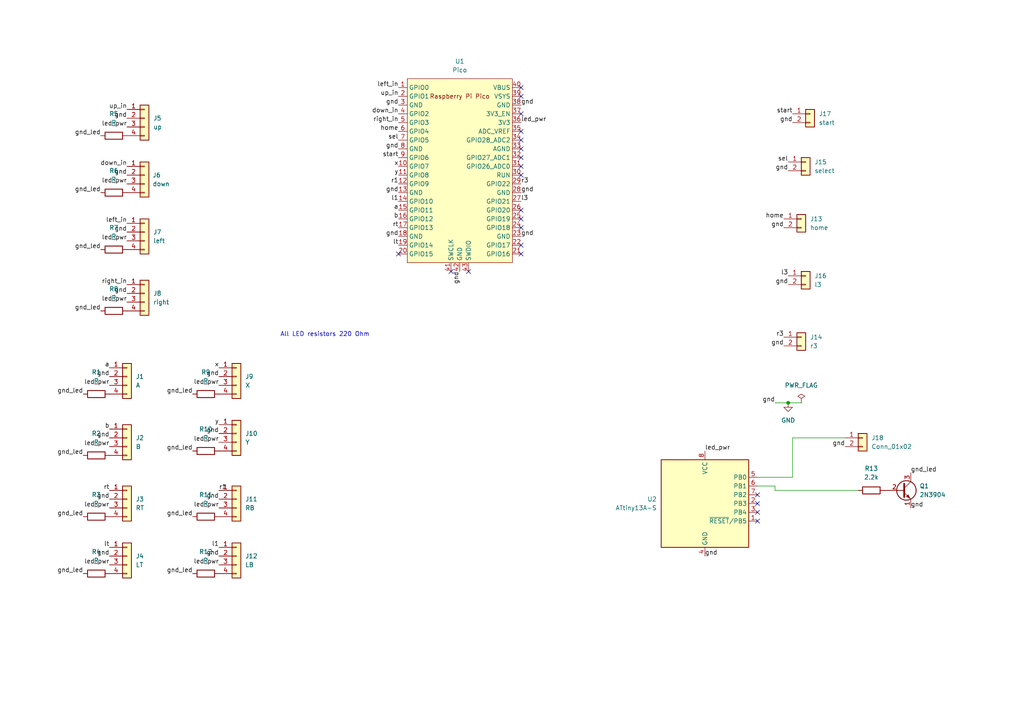
<source format=kicad_sch>
(kicad_sch (version 20230121) (generator eeschema)

  (uuid fb19887c-2f2d-4e1d-98c6-e562558f9f4a)

  (paper "A4")

  (lib_symbols
    (symbol "Connector_Generic:Conn_01x02" (pin_names (offset 1.016) hide) (in_bom yes) (on_board yes)
      (property "Reference" "J" (at 0 2.54 0)
        (effects (font (size 1.27 1.27)))
      )
      (property "Value" "Conn_01x02" (at 0 -5.08 0)
        (effects (font (size 1.27 1.27)))
      )
      (property "Footprint" "" (at 0 0 0)
        (effects (font (size 1.27 1.27)) hide)
      )
      (property "Datasheet" "~" (at 0 0 0)
        (effects (font (size 1.27 1.27)) hide)
      )
      (property "ki_keywords" "connector" (at 0 0 0)
        (effects (font (size 1.27 1.27)) hide)
      )
      (property "ki_description" "Generic connector, single row, 01x02, script generated (kicad-library-utils/schlib/autogen/connector/)" (at 0 0 0)
        (effects (font (size 1.27 1.27)) hide)
      )
      (property "ki_fp_filters" "Connector*:*_1x??_*" (at 0 0 0)
        (effects (font (size 1.27 1.27)) hide)
      )
      (symbol "Conn_01x02_1_1"
        (rectangle (start -1.27 -2.413) (end 0 -2.667)
          (stroke (width 0.1524) (type default))
          (fill (type none))
        )
        (rectangle (start -1.27 0.127) (end 0 -0.127)
          (stroke (width 0.1524) (type default))
          (fill (type none))
        )
        (rectangle (start -1.27 1.27) (end 1.27 -3.81)
          (stroke (width 0.254) (type default))
          (fill (type background))
        )
        (pin passive line (at -5.08 0 0) (length 3.81)
          (name "Pin_1" (effects (font (size 1.27 1.27))))
          (number "1" (effects (font (size 1.27 1.27))))
        )
        (pin passive line (at -5.08 -2.54 0) (length 3.81)
          (name "Pin_2" (effects (font (size 1.27 1.27))))
          (number "2" (effects (font (size 1.27 1.27))))
        )
      )
    )
    (symbol "Connector_Generic:Conn_01x04" (pin_names (offset 1.016) hide) (in_bom yes) (on_board yes)
      (property "Reference" "J" (at 0 5.08 0)
        (effects (font (size 1.27 1.27)))
      )
      (property "Value" "Conn_01x04" (at 0 -7.62 0)
        (effects (font (size 1.27 1.27)))
      )
      (property "Footprint" "" (at 0 0 0)
        (effects (font (size 1.27 1.27)) hide)
      )
      (property "Datasheet" "~" (at 0 0 0)
        (effects (font (size 1.27 1.27)) hide)
      )
      (property "ki_keywords" "connector" (at 0 0 0)
        (effects (font (size 1.27 1.27)) hide)
      )
      (property "ki_description" "Generic connector, single row, 01x04, script generated (kicad-library-utils/schlib/autogen/connector/)" (at 0 0 0)
        (effects (font (size 1.27 1.27)) hide)
      )
      (property "ki_fp_filters" "Connector*:*_1x??_*" (at 0 0 0)
        (effects (font (size 1.27 1.27)) hide)
      )
      (symbol "Conn_01x04_1_1"
        (rectangle (start -1.27 -4.953) (end 0 -5.207)
          (stroke (width 0.1524) (type default))
          (fill (type none))
        )
        (rectangle (start -1.27 -2.413) (end 0 -2.667)
          (stroke (width 0.1524) (type default))
          (fill (type none))
        )
        (rectangle (start -1.27 0.127) (end 0 -0.127)
          (stroke (width 0.1524) (type default))
          (fill (type none))
        )
        (rectangle (start -1.27 2.667) (end 0 2.413)
          (stroke (width 0.1524) (type default))
          (fill (type none))
        )
        (rectangle (start -1.27 3.81) (end 1.27 -6.35)
          (stroke (width 0.254) (type default))
          (fill (type background))
        )
        (pin passive line (at -5.08 2.54 0) (length 3.81)
          (name "Pin_1" (effects (font (size 1.27 1.27))))
          (number "1" (effects (font (size 1.27 1.27))))
        )
        (pin passive line (at -5.08 0 0) (length 3.81)
          (name "Pin_2" (effects (font (size 1.27 1.27))))
          (number "2" (effects (font (size 1.27 1.27))))
        )
        (pin passive line (at -5.08 -2.54 0) (length 3.81)
          (name "Pin_3" (effects (font (size 1.27 1.27))))
          (number "3" (effects (font (size 1.27 1.27))))
        )
        (pin passive line (at -5.08 -5.08 0) (length 3.81)
          (name "Pin_4" (effects (font (size 1.27 1.27))))
          (number "4" (effects (font (size 1.27 1.27))))
        )
      )
    )
    (symbol "Device:R" (pin_numbers hide) (pin_names (offset 0)) (in_bom yes) (on_board yes)
      (property "Reference" "R" (at 2.032 0 90)
        (effects (font (size 1.27 1.27)))
      )
      (property "Value" "R" (at 0 0 90)
        (effects (font (size 1.27 1.27)))
      )
      (property "Footprint" "" (at -1.778 0 90)
        (effects (font (size 1.27 1.27)) hide)
      )
      (property "Datasheet" "~" (at 0 0 0)
        (effects (font (size 1.27 1.27)) hide)
      )
      (property "ki_keywords" "R res resistor" (at 0 0 0)
        (effects (font (size 1.27 1.27)) hide)
      )
      (property "ki_description" "Resistor" (at 0 0 0)
        (effects (font (size 1.27 1.27)) hide)
      )
      (property "ki_fp_filters" "R_*" (at 0 0 0)
        (effects (font (size 1.27 1.27)) hide)
      )
      (symbol "R_0_1"
        (rectangle (start -1.016 -2.54) (end 1.016 2.54)
          (stroke (width 0.254) (type default))
          (fill (type none))
        )
      )
      (symbol "R_1_1"
        (pin passive line (at 0 3.81 270) (length 1.27)
          (name "~" (effects (font (size 1.27 1.27))))
          (number "1" (effects (font (size 1.27 1.27))))
        )
        (pin passive line (at 0 -3.81 90) (length 1.27)
          (name "~" (effects (font (size 1.27 1.27))))
          (number "2" (effects (font (size 1.27 1.27))))
        )
      )
    )
    (symbol "MCU_Microchip_ATtiny:ATtiny13A-S" (in_bom yes) (on_board yes)
      (property "Reference" "U" (at -12.7 13.97 0)
        (effects (font (size 1.27 1.27)) (justify left bottom))
      )
      (property "Value" "ATtiny13A-S" (at 2.54 -13.97 0)
        (effects (font (size 1.27 1.27)) (justify left top))
      )
      (property "Footprint" "Package_SO:SOIC-8W_5.3x5.3mm_P1.27mm" (at 0 0 0)
        (effects (font (size 1.27 1.27) italic) hide)
      )
      (property "Datasheet" "http://ww1.microchip.com/downloads/en/DeviceDoc/doc8126.pdf" (at 0 0 0)
        (effects (font (size 1.27 1.27)) hide)
      )
      (property "ki_keywords" "AVR 8bit Microcontroller tinyAVR" (at 0 0 0)
        (effects (font (size 1.27 1.27)) hide)
      )
      (property "ki_description" "20MHz, 1kB Flash, 64B SRAM, 64B EEPROM, debugWIRE, SOIC-8W" (at 0 0 0)
        (effects (font (size 1.27 1.27)) hide)
      )
      (property "ki_fp_filters" "SOIC*5.3x5.3mm*P1.27mm*" (at 0 0 0)
        (effects (font (size 1.27 1.27)) hide)
      )
      (symbol "ATtiny13A-S_0_1"
        (rectangle (start -12.7 -12.7) (end 12.7 12.7)
          (stroke (width 0.254) (type default))
          (fill (type background))
        )
      )
      (symbol "ATtiny13A-S_1_1"
        (pin bidirectional line (at 15.24 -5.08 180) (length 2.54)
          (name "~{RESET}/PB5" (effects (font (size 1.27 1.27))))
          (number "1" (effects (font (size 1.27 1.27))))
        )
        (pin bidirectional line (at 15.24 0 180) (length 2.54)
          (name "PB3" (effects (font (size 1.27 1.27))))
          (number "2" (effects (font (size 1.27 1.27))))
        )
        (pin bidirectional line (at 15.24 -2.54 180) (length 2.54)
          (name "PB4" (effects (font (size 1.27 1.27))))
          (number "3" (effects (font (size 1.27 1.27))))
        )
        (pin power_in line (at 0 -15.24 90) (length 2.54)
          (name "GND" (effects (font (size 1.27 1.27))))
          (number "4" (effects (font (size 1.27 1.27))))
        )
        (pin bidirectional line (at 15.24 7.62 180) (length 2.54)
          (name "PB0" (effects (font (size 1.27 1.27))))
          (number "5" (effects (font (size 1.27 1.27))))
        )
        (pin bidirectional line (at 15.24 5.08 180) (length 2.54)
          (name "PB1" (effects (font (size 1.27 1.27))))
          (number "6" (effects (font (size 1.27 1.27))))
        )
        (pin bidirectional line (at 15.24 2.54 180) (length 2.54)
          (name "PB2" (effects (font (size 1.27 1.27))))
          (number "7" (effects (font (size 1.27 1.27))))
        )
        (pin power_in line (at 0 15.24 270) (length 2.54)
          (name "VCC" (effects (font (size 1.27 1.27))))
          (number "8" (effects (font (size 1.27 1.27))))
        )
      )
    )
    (symbol "PICO PI:Pico" (in_bom yes) (on_board yes)
      (property "Reference" "U" (at -13.97 27.94 0)
        (effects (font (size 1.27 1.27)))
      )
      (property "Value" "Pico" (at 0 19.05 0)
        (effects (font (size 1.27 1.27)))
      )
      (property "Footprint" "RPi_Pico:RPi_Pico_SMD_TH" (at 0 0 90)
        (effects (font (size 1.27 1.27)) hide)
      )
      (property "Datasheet" "" (at 0 0 0)
        (effects (font (size 1.27 1.27)) hide)
      )
      (symbol "Pico_0_0"
        (text "Raspberry Pi Pico" (at 0 21.59 0)
          (effects (font (size 1.27 1.27)))
        )
      )
      (symbol "Pico_0_1"
        (rectangle (start -15.24 26.67) (end 15.24 -26.67)
          (stroke (width 0) (type default))
          (fill (type background))
        )
      )
      (symbol "Pico_1_1"
        (pin bidirectional line (at -17.78 24.13 0) (length 2.54)
          (name "GPIO0" (effects (font (size 1.27 1.27))))
          (number "1" (effects (font (size 1.27 1.27))))
        )
        (pin bidirectional line (at -17.78 1.27 0) (length 2.54)
          (name "GPIO7" (effects (font (size 1.27 1.27))))
          (number "10" (effects (font (size 1.27 1.27))))
        )
        (pin bidirectional line (at -17.78 -1.27 0) (length 2.54)
          (name "GPIO8" (effects (font (size 1.27 1.27))))
          (number "11" (effects (font (size 1.27 1.27))))
        )
        (pin bidirectional line (at -17.78 -3.81 0) (length 2.54)
          (name "GPIO9" (effects (font (size 1.27 1.27))))
          (number "12" (effects (font (size 1.27 1.27))))
        )
        (pin power_in line (at -17.78 -6.35 0) (length 2.54)
          (name "GND" (effects (font (size 1.27 1.27))))
          (number "13" (effects (font (size 1.27 1.27))))
        )
        (pin bidirectional line (at -17.78 -8.89 0) (length 2.54)
          (name "GPIO10" (effects (font (size 1.27 1.27))))
          (number "14" (effects (font (size 1.27 1.27))))
        )
        (pin bidirectional line (at -17.78 -11.43 0) (length 2.54)
          (name "GPIO11" (effects (font (size 1.27 1.27))))
          (number "15" (effects (font (size 1.27 1.27))))
        )
        (pin bidirectional line (at -17.78 -13.97 0) (length 2.54)
          (name "GPIO12" (effects (font (size 1.27 1.27))))
          (number "16" (effects (font (size 1.27 1.27))))
        )
        (pin bidirectional line (at -17.78 -16.51 0) (length 2.54)
          (name "GPIO13" (effects (font (size 1.27 1.27))))
          (number "17" (effects (font (size 1.27 1.27))))
        )
        (pin power_in line (at -17.78 -19.05 0) (length 2.54)
          (name "GND" (effects (font (size 1.27 1.27))))
          (number "18" (effects (font (size 1.27 1.27))))
        )
        (pin bidirectional line (at -17.78 -21.59 0) (length 2.54)
          (name "GPIO14" (effects (font (size 1.27 1.27))))
          (number "19" (effects (font (size 1.27 1.27))))
        )
        (pin bidirectional line (at -17.78 21.59 0) (length 2.54)
          (name "GPIO1" (effects (font (size 1.27 1.27))))
          (number "2" (effects (font (size 1.27 1.27))))
        )
        (pin bidirectional line (at -17.78 -24.13 0) (length 2.54)
          (name "GPIO15" (effects (font (size 1.27 1.27))))
          (number "20" (effects (font (size 1.27 1.27))))
        )
        (pin bidirectional line (at 17.78 -24.13 180) (length 2.54)
          (name "GPIO16" (effects (font (size 1.27 1.27))))
          (number "21" (effects (font (size 1.27 1.27))))
        )
        (pin bidirectional line (at 17.78 -21.59 180) (length 2.54)
          (name "GPIO17" (effects (font (size 1.27 1.27))))
          (number "22" (effects (font (size 1.27 1.27))))
        )
        (pin power_in line (at 17.78 -19.05 180) (length 2.54)
          (name "GND" (effects (font (size 1.27 1.27))))
          (number "23" (effects (font (size 1.27 1.27))))
        )
        (pin bidirectional line (at 17.78 -16.51 180) (length 2.54)
          (name "GPIO18" (effects (font (size 1.27 1.27))))
          (number "24" (effects (font (size 1.27 1.27))))
        )
        (pin bidirectional line (at 17.78 -13.97 180) (length 2.54)
          (name "GPIO19" (effects (font (size 1.27 1.27))))
          (number "25" (effects (font (size 1.27 1.27))))
        )
        (pin bidirectional line (at 17.78 -11.43 180) (length 2.54)
          (name "GPIO20" (effects (font (size 1.27 1.27))))
          (number "26" (effects (font (size 1.27 1.27))))
        )
        (pin bidirectional line (at 17.78 -8.89 180) (length 2.54)
          (name "GPIO21" (effects (font (size 1.27 1.27))))
          (number "27" (effects (font (size 1.27 1.27))))
        )
        (pin power_in line (at 17.78 -6.35 180) (length 2.54)
          (name "GND" (effects (font (size 1.27 1.27))))
          (number "28" (effects (font (size 1.27 1.27))))
        )
        (pin bidirectional line (at 17.78 -3.81 180) (length 2.54)
          (name "GPIO22" (effects (font (size 1.27 1.27))))
          (number "29" (effects (font (size 1.27 1.27))))
        )
        (pin power_in line (at -17.78 19.05 0) (length 2.54)
          (name "GND" (effects (font (size 1.27 1.27))))
          (number "3" (effects (font (size 1.27 1.27))))
        )
        (pin input line (at 17.78 -1.27 180) (length 2.54)
          (name "RUN" (effects (font (size 1.27 1.27))))
          (number "30" (effects (font (size 1.27 1.27))))
        )
        (pin bidirectional line (at 17.78 1.27 180) (length 2.54)
          (name "GPIO26_ADC0" (effects (font (size 1.27 1.27))))
          (number "31" (effects (font (size 1.27 1.27))))
        )
        (pin bidirectional line (at 17.78 3.81 180) (length 2.54)
          (name "GPIO27_ADC1" (effects (font (size 1.27 1.27))))
          (number "32" (effects (font (size 1.27 1.27))))
        )
        (pin power_in line (at 17.78 6.35 180) (length 2.54)
          (name "AGND" (effects (font (size 1.27 1.27))))
          (number "33" (effects (font (size 1.27 1.27))))
        )
        (pin bidirectional line (at 17.78 8.89 180) (length 2.54)
          (name "GPIO28_ADC2" (effects (font (size 1.27 1.27))))
          (number "34" (effects (font (size 1.27 1.27))))
        )
        (pin power_in line (at 17.78 11.43 180) (length 2.54)
          (name "ADC_VREF" (effects (font (size 1.27 1.27))))
          (number "35" (effects (font (size 1.27 1.27))))
        )
        (pin power_in line (at 17.78 13.97 180) (length 2.54)
          (name "3V3" (effects (font (size 1.27 1.27))))
          (number "36" (effects (font (size 1.27 1.27))))
        )
        (pin input line (at 17.78 16.51 180) (length 2.54)
          (name "3V3_EN" (effects (font (size 1.27 1.27))))
          (number "37" (effects (font (size 1.27 1.27))))
        )
        (pin bidirectional line (at 17.78 19.05 180) (length 2.54)
          (name "GND" (effects (font (size 1.27 1.27))))
          (number "38" (effects (font (size 1.27 1.27))))
        )
        (pin power_in line (at 17.78 21.59 180) (length 2.54)
          (name "VSYS" (effects (font (size 1.27 1.27))))
          (number "39" (effects (font (size 1.27 1.27))))
        )
        (pin bidirectional line (at -17.78 16.51 0) (length 2.54)
          (name "GPIO2" (effects (font (size 1.27 1.27))))
          (number "4" (effects (font (size 1.27 1.27))))
        )
        (pin power_in line (at 17.78 24.13 180) (length 2.54)
          (name "VBUS" (effects (font (size 1.27 1.27))))
          (number "40" (effects (font (size 1.27 1.27))))
        )
        (pin input line (at -2.54 -29.21 90) (length 2.54)
          (name "SWCLK" (effects (font (size 1.27 1.27))))
          (number "41" (effects (font (size 1.27 1.27))))
        )
        (pin power_in line (at 0 -29.21 90) (length 2.54)
          (name "GND" (effects (font (size 1.27 1.27))))
          (number "42" (effects (font (size 1.27 1.27))))
        )
        (pin bidirectional line (at 2.54 -29.21 90) (length 2.54)
          (name "SWDIO" (effects (font (size 1.27 1.27))))
          (number "43" (effects (font (size 1.27 1.27))))
        )
        (pin bidirectional line (at -17.78 13.97 0) (length 2.54)
          (name "GPIO3" (effects (font (size 1.27 1.27))))
          (number "5" (effects (font (size 1.27 1.27))))
        )
        (pin bidirectional line (at -17.78 11.43 0) (length 2.54)
          (name "GPIO4" (effects (font (size 1.27 1.27))))
          (number "6" (effects (font (size 1.27 1.27))))
        )
        (pin bidirectional line (at -17.78 8.89 0) (length 2.54)
          (name "GPIO5" (effects (font (size 1.27 1.27))))
          (number "7" (effects (font (size 1.27 1.27))))
        )
        (pin power_in line (at -17.78 6.35 0) (length 2.54)
          (name "GND" (effects (font (size 1.27 1.27))))
          (number "8" (effects (font (size 1.27 1.27))))
        )
        (pin bidirectional line (at -17.78 3.81 0) (length 2.54)
          (name "GPIO6" (effects (font (size 1.27 1.27))))
          (number "9" (effects (font (size 1.27 1.27))))
        )
      )
    )
    (symbol "Transistor_BJT:2N3904" (pin_names (offset 0) hide) (in_bom yes) (on_board yes)
      (property "Reference" "Q" (at 5.08 1.905 0)
        (effects (font (size 1.27 1.27)) (justify left))
      )
      (property "Value" "2N3904" (at 5.08 0 0)
        (effects (font (size 1.27 1.27)) (justify left))
      )
      (property "Footprint" "Package_TO_SOT_THT:TO-92_Inline" (at 5.08 -1.905 0)
        (effects (font (size 1.27 1.27) italic) (justify left) hide)
      )
      (property "Datasheet" "https://www.onsemi.com/pub/Collateral/2N3903-D.PDF" (at 0 0 0)
        (effects (font (size 1.27 1.27)) (justify left) hide)
      )
      (property "ki_keywords" "NPN Transistor" (at 0 0 0)
        (effects (font (size 1.27 1.27)) hide)
      )
      (property "ki_description" "0.2A Ic, 40V Vce, Small Signal NPN Transistor, TO-92" (at 0 0 0)
        (effects (font (size 1.27 1.27)) hide)
      )
      (property "ki_fp_filters" "TO?92*" (at 0 0 0)
        (effects (font (size 1.27 1.27)) hide)
      )
      (symbol "2N3904_0_1"
        (polyline
          (pts
            (xy 0.635 0.635)
            (xy 2.54 2.54)
          )
          (stroke (width 0) (type default))
          (fill (type none))
        )
        (polyline
          (pts
            (xy 0.635 -0.635)
            (xy 2.54 -2.54)
            (xy 2.54 -2.54)
          )
          (stroke (width 0) (type default))
          (fill (type none))
        )
        (polyline
          (pts
            (xy 0.635 1.905)
            (xy 0.635 -1.905)
            (xy 0.635 -1.905)
          )
          (stroke (width 0.508) (type default))
          (fill (type none))
        )
        (polyline
          (pts
            (xy 1.27 -1.778)
            (xy 1.778 -1.27)
            (xy 2.286 -2.286)
            (xy 1.27 -1.778)
            (xy 1.27 -1.778)
          )
          (stroke (width 0) (type default))
          (fill (type outline))
        )
        (circle (center 1.27 0) (radius 2.8194)
          (stroke (width 0.254) (type default))
          (fill (type none))
        )
      )
      (symbol "2N3904_1_1"
        (pin passive line (at 2.54 -5.08 90) (length 2.54)
          (name "E" (effects (font (size 1.27 1.27))))
          (number "1" (effects (font (size 1.27 1.27))))
        )
        (pin passive line (at -5.08 0 0) (length 5.715)
          (name "B" (effects (font (size 1.27 1.27))))
          (number "2" (effects (font (size 1.27 1.27))))
        )
        (pin passive line (at 2.54 5.08 270) (length 2.54)
          (name "C" (effects (font (size 1.27 1.27))))
          (number "3" (effects (font (size 1.27 1.27))))
        )
      )
    )
    (symbol "power:GND" (power) (pin_names (offset 0)) (in_bom yes) (on_board yes)
      (property "Reference" "#PWR" (at 0 -6.35 0)
        (effects (font (size 1.27 1.27)) hide)
      )
      (property "Value" "GND" (at 0 -3.81 0)
        (effects (font (size 1.27 1.27)))
      )
      (property "Footprint" "" (at 0 0 0)
        (effects (font (size 1.27 1.27)) hide)
      )
      (property "Datasheet" "" (at 0 0 0)
        (effects (font (size 1.27 1.27)) hide)
      )
      (property "ki_keywords" "global power" (at 0 0 0)
        (effects (font (size 1.27 1.27)) hide)
      )
      (property "ki_description" "Power symbol creates a global label with name \"GND\" , ground" (at 0 0 0)
        (effects (font (size 1.27 1.27)) hide)
      )
      (symbol "GND_0_1"
        (polyline
          (pts
            (xy 0 0)
            (xy 0 -1.27)
            (xy 1.27 -1.27)
            (xy 0 -2.54)
            (xy -1.27 -1.27)
            (xy 0 -1.27)
          )
          (stroke (width 0) (type default))
          (fill (type none))
        )
      )
      (symbol "GND_1_1"
        (pin power_in line (at 0 0 270) (length 0) hide
          (name "GND" (effects (font (size 1.27 1.27))))
          (number "1" (effects (font (size 1.27 1.27))))
        )
      )
    )
    (symbol "power:PWR_FLAG" (power) (pin_numbers hide) (pin_names (offset 0) hide) (in_bom yes) (on_board yes)
      (property "Reference" "#FLG" (at 0 1.905 0)
        (effects (font (size 1.27 1.27)) hide)
      )
      (property "Value" "PWR_FLAG" (at 0 3.81 0)
        (effects (font (size 1.27 1.27)))
      )
      (property "Footprint" "" (at 0 0 0)
        (effects (font (size 1.27 1.27)) hide)
      )
      (property "Datasheet" "~" (at 0 0 0)
        (effects (font (size 1.27 1.27)) hide)
      )
      (property "ki_keywords" "flag power" (at 0 0 0)
        (effects (font (size 1.27 1.27)) hide)
      )
      (property "ki_description" "Special symbol for telling ERC where power comes from" (at 0 0 0)
        (effects (font (size 1.27 1.27)) hide)
      )
      (symbol "PWR_FLAG_0_0"
        (pin power_out line (at 0 0 90) (length 0)
          (name "pwr" (effects (font (size 1.27 1.27))))
          (number "1" (effects (font (size 1.27 1.27))))
        )
      )
      (symbol "PWR_FLAG_0_1"
        (polyline
          (pts
            (xy 0 0)
            (xy 0 1.27)
            (xy -1.016 1.905)
            (xy 0 2.54)
            (xy 1.016 1.905)
            (xy 0 1.27)
          )
          (stroke (width 0) (type default))
          (fill (type none))
        )
      )
    )
  )

  (junction (at 228.6 116.84) (diameter 0) (color 0 0 0 0)
    (uuid 8d0ab26a-ff9b-428c-b2c1-9ec3ab180a34)
  )

  (no_connect (at 151.13 40.64) (uuid 0c5c7ddd-f177-48bd-bf73-845b1eca90c9))
  (no_connect (at 219.71 151.13) (uuid 26149b61-f939-4a12-a67c-da288a13128f))
  (no_connect (at 151.13 33.02) (uuid 2f330938-6fb9-418b-a5cf-eb61c597e2fe))
  (no_connect (at 151.13 43.18) (uuid 30eb14e7-7f08-4b42-bdff-8d2462983235))
  (no_connect (at 135.89 78.74) (uuid 32b1d3aa-c0cb-4c12-bceb-cec40b59ba4a))
  (no_connect (at 115.57 73.66) (uuid 372ad854-0d9b-450b-8b8e-5443910d3eb2))
  (no_connect (at 151.13 71.12) (uuid 44b6a766-474f-4cc8-b232-c4a42b111d70))
  (no_connect (at 151.13 66.04) (uuid 66d7e5fb-5870-4f11-8c08-b810babf3c97))
  (no_connect (at 151.13 45.72) (uuid 9f109b18-f460-4d8d-a08f-7fd4d07e5a1b))
  (no_connect (at 151.13 63.5) (uuid a513300c-1dcc-4b5e-bdb1-b3353bbac61b))
  (no_connect (at 151.13 60.96) (uuid a5581cec-125b-449f-9890-2f770745fd4d))
  (no_connect (at 219.71 143.51) (uuid a88f67de-1a84-43b2-aeff-e831a580d82f))
  (no_connect (at 130.81 78.74) (uuid ac81ad7d-2d80-4b6e-a34a-1bc1e8123422))
  (no_connect (at 219.71 146.05) (uuid ae5e4bbd-58fc-4a20-8347-f04be68b7b31))
  (no_connect (at 151.13 38.1) (uuid af2565e9-4b9f-4cf0-be60-c3a81ebd10c1))
  (no_connect (at 151.13 50.8) (uuid b1e60d2e-5baa-4fe4-b42f-7dfde388feb2))
  (no_connect (at 151.13 27.94) (uuid b66c94ce-01e4-44ce-af09-c4c1c8921f81))
  (no_connect (at 151.13 73.66) (uuid cf03b507-67b1-4cc8-8720-0ee2cd1eea4c))
  (no_connect (at 219.71 148.59) (uuid f8a70a13-323c-40cf-ab3c-934c2f443986))
  (no_connect (at 151.13 48.26) (uuid fb295495-acea-4af3-9eb9-4f3e4a79da09))
  (no_connect (at 151.13 25.4) (uuid fc062c53-bce2-4449-9a05-b6f67117dc06))

  (wire (pts (xy 229.87 138.43) (xy 229.87 127))
    (stroke (width 0) (type default))
    (uuid 1b4aeb63-02fa-48b8-94b0-6e2b485bd64f)
  )
  (wire (pts (xy 248.92 142.24) (xy 224.79 142.24))
    (stroke (width 0) (type default))
    (uuid 419a7298-19bd-449f-9698-7bb3a21df598)
  )
  (wire (pts (xy 224.79 142.24) (xy 224.79 140.97))
    (stroke (width 0) (type default))
    (uuid 6883238b-1921-4400-92f1-1c13b40fb6dc)
  )
  (wire (pts (xy 224.79 140.97) (xy 219.71 140.97))
    (stroke (width 0) (type default))
    (uuid 83296b37-6d24-4caa-8ca2-e60769f4d741)
  )
  (wire (pts (xy 228.6 116.84) (xy 232.41 116.84))
    (stroke (width 0) (type default))
    (uuid a8845a8d-db50-4d81-820d-e027bf781e9d)
  )
  (wire (pts (xy 224.79 116.84) (xy 228.6 116.84))
    (stroke (width 0) (type default))
    (uuid d52e8ba5-cb73-48b0-ad1f-e1b2d79625c0)
  )
  (wire (pts (xy 219.71 138.43) (xy 229.87 138.43))
    (stroke (width 0) (type default))
    (uuid dbc27f6e-fd97-4c29-a75d-ba12a98295f8)
  )
  (wire (pts (xy 229.87 127) (xy 245.11 127))
    (stroke (width 0) (type default))
    (uuid f2e3900f-3137-4479-a489-372fbd0ff304)
  )

  (text "All LED resistors 220 Ohm" (at 81.28 97.79 0)
    (effects (font (size 1.27 1.27)) (justify left bottom))
    (uuid e20f0337-7543-4b85-8714-4b83e7f286df)
  )

  (label "gnd_led" (at 24.13 166.37 180) (fields_autoplaced)
    (effects (font (size 1.27 1.27)) (justify right bottom))
    (uuid 0052a9dc-4f9b-4aca-9fd2-218253a11c66)
  )
  (label "sel" (at 115.57 40.64 180) (fields_autoplaced)
    (effects (font (size 1.27 1.27)) (justify right bottom))
    (uuid 00e526ea-8b40-4da4-bf53-90bc5267b32d)
  )
  (label "led_pwr" (at 36.83 87.63 180) (fields_autoplaced)
    (effects (font (size 1.27 1.27)) (justify right bottom))
    (uuid 0ca0b0c8-d5d8-4f8e-8b69-fdc78d8be94b)
  )
  (label "gnd_led" (at 24.13 132.08 180) (fields_autoplaced)
    (effects (font (size 1.27 1.27)) (justify right bottom))
    (uuid 0ebbe8a2-caa4-4d2c-aaac-bd168693d9d9)
  )
  (label "gnd" (at 36.83 67.31 180) (fields_autoplaced)
    (effects (font (size 1.27 1.27)) (justify right bottom))
    (uuid 0f33859d-5556-488c-aeef-58f0574bd317)
  )
  (label "l3" (at 151.13 58.42 0) (fields_autoplaced)
    (effects (font (size 1.27 1.27)) (justify left bottom))
    (uuid 128834f1-6461-4e1c-b585-e4c77779a482)
  )
  (label "led_pwr" (at 63.5 147.32 180) (fields_autoplaced)
    (effects (font (size 1.27 1.27)) (justify right bottom))
    (uuid 222333a9-880c-4d3b-8290-7346df96d4ce)
  )
  (label "up_in" (at 36.83 31.75 180) (fields_autoplaced)
    (effects (font (size 1.27 1.27)) (justify right bottom))
    (uuid 22278c22-cf73-4169-9693-bc5813318435)
  )
  (label "l1" (at 63.5 158.75 180) (fields_autoplaced)
    (effects (font (size 1.27 1.27)) (justify right bottom))
    (uuid 2a3f8cf6-fc17-4184-913b-483418f340e0)
  )
  (label "start" (at 229.87 33.02 180) (fields_autoplaced)
    (effects (font (size 1.27 1.27)) (justify right bottom))
    (uuid 2c5fec2d-8cb8-458c-950c-8390b564c2b8)
  )
  (label "r1" (at 63.5 142.24 0) (fields_autoplaced)
    (effects (font (size 1.27 1.27)) (justify left bottom))
    (uuid 3057e3cf-a046-40d2-a898-e890491a38a1)
  )
  (label "gnd" (at 151.13 30.48 0) (fields_autoplaced)
    (effects (font (size 1.27 1.27)) (justify left bottom))
    (uuid 3059c327-24a2-466a-a2e4-234f1502697d)
  )
  (label "gnd_led" (at 55.88 166.37 180) (fields_autoplaced)
    (effects (font (size 1.27 1.27)) (justify right bottom))
    (uuid 361f28b3-379a-4c58-acd3-f746de4f66dc)
  )
  (label "x" (at 115.57 48.26 180) (fields_autoplaced)
    (effects (font (size 1.27 1.27)) (justify right bottom))
    (uuid 37186050-050d-48a3-b6b3-0be177b39857)
  )
  (label "gnd" (at 224.79 116.84 180) (fields_autoplaced)
    (effects (font (size 1.27 1.27)) (justify right bottom))
    (uuid 3b614065-23b9-4968-bdbe-04dd93ab23a0)
  )
  (label "left_in" (at 36.83 64.77 180) (fields_autoplaced)
    (effects (font (size 1.27 1.27)) (justify right bottom))
    (uuid 3e6a4e6e-5b0e-4c4d-9976-63a8fbae4b29)
  )
  (label "led_pwr" (at 36.83 69.85 180) (fields_autoplaced)
    (effects (font (size 1.27 1.27)) (justify right bottom))
    (uuid 44e2c95d-be15-4090-9343-f64c7798a7f7)
  )
  (label "start" (at 115.57 45.72 180) (fields_autoplaced)
    (effects (font (size 1.27 1.27)) (justify right bottom))
    (uuid 472024b1-3d20-4caf-bafc-4243a89bf8f5)
  )
  (label "gnd" (at 36.83 34.29 180) (fields_autoplaced)
    (effects (font (size 1.27 1.27)) (justify right bottom))
    (uuid 51dd9714-5694-4dda-9f95-4310e8a9a897)
  )
  (label "home" (at 227.33 63.5 180) (fields_autoplaced)
    (effects (font (size 1.27 1.27)) (justify right bottom))
    (uuid 5542b408-3ace-4e3a-a16f-7e248f81a927)
  )
  (label "x" (at 63.5 106.68 180) (fields_autoplaced)
    (effects (font (size 1.27 1.27)) (justify right bottom))
    (uuid 55c14bcb-d9ac-401b-971a-1a708ba205b3)
  )
  (label "home" (at 115.57 38.1 180) (fields_autoplaced)
    (effects (font (size 1.27 1.27)) (justify right bottom))
    (uuid 5645b682-5f61-4ec5-a977-2f8bcb5ffce3)
  )
  (label "right_in" (at 36.83 82.55 180) (fields_autoplaced)
    (effects (font (size 1.27 1.27)) (justify right bottom))
    (uuid 5a754411-43b0-4b04-99a7-0c2c0e8439d3)
  )
  (label "b" (at 31.75 124.46 180) (fields_autoplaced)
    (effects (font (size 1.27 1.27)) (justify right bottom))
    (uuid 5adc3c59-8c60-4484-bc5f-17776ead5947)
  )
  (label "down_in" (at 115.57 33.02 180) (fields_autoplaced)
    (effects (font (size 1.27 1.27)) (justify right bottom))
    (uuid 5d0cbd68-f8c3-4773-a0da-dbfa76861c18)
  )
  (label "l3" (at 228.6 80.01 180) (fields_autoplaced)
    (effects (font (size 1.27 1.27)) (justify right bottom))
    (uuid 6110fe8f-cfca-4a64-92af-e2b5d3fead4e)
  )
  (label "gnd_led" (at 29.21 55.88 180) (fields_autoplaced)
    (effects (font (size 1.27 1.27)) (justify right bottom))
    (uuid 67df9f9e-95ff-4183-b44d-0e1affc2973b)
  )
  (label "a" (at 115.57 60.96 180) (fields_autoplaced)
    (effects (font (size 1.27 1.27)) (justify right bottom))
    (uuid 68b1bd96-de09-4d86-b9e6-c112b85860f7)
  )
  (label "led_pwr" (at 31.75 147.32 180) (fields_autoplaced)
    (effects (font (size 1.27 1.27)) (justify right bottom))
    (uuid 695d7923-211b-487a-bfbb-308d5afba71a)
  )
  (label "r3" (at 151.13 53.34 0) (fields_autoplaced)
    (effects (font (size 1.27 1.27)) (justify left bottom))
    (uuid 6cf0bd0f-0c9e-4ab2-b0a3-4efc74a6c5ad)
  )
  (label "gnd" (at 115.57 43.18 180) (fields_autoplaced)
    (effects (font (size 1.27 1.27)) (justify right bottom))
    (uuid 6f9e266a-6245-4d47-bd16-6b00c5391d81)
  )
  (label "gnd" (at 151.13 55.88 0) (fields_autoplaced)
    (effects (font (size 1.27 1.27)) (justify left bottom))
    (uuid 72bc2340-1ec2-44a3-8db1-32535d995ee5)
  )
  (label "gnd_led" (at 55.88 114.3 180) (fields_autoplaced)
    (effects (font (size 1.27 1.27)) (justify right bottom))
    (uuid 72bda188-37ed-4f52-86f7-71d2d9b413a7)
  )
  (label "gnd_led" (at 55.88 149.86 180) (fields_autoplaced)
    (effects (font (size 1.27 1.27)) (justify right bottom))
    (uuid 7396f5d7-def9-4cf5-9d0a-cd59d6f418b4)
  )
  (label "led_pwr" (at 63.5 111.76 180) (fields_autoplaced)
    (effects (font (size 1.27 1.27)) (justify right bottom))
    (uuid 73ab8d8b-bf2a-452f-b74b-fd8c43ae6f41)
  )
  (label "gnd_led" (at 24.13 149.86 180) (fields_autoplaced)
    (effects (font (size 1.27 1.27)) (justify right bottom))
    (uuid 785e61f4-ea08-4889-b777-42d3c6279f33)
  )
  (label "gnd" (at 115.57 55.88 180) (fields_autoplaced)
    (effects (font (size 1.27 1.27)) (justify right bottom))
    (uuid 7dca1aee-a5d5-4317-a3f4-53b39f1b5298)
  )
  (label "led_pwr" (at 36.83 36.83 180) (fields_autoplaced)
    (effects (font (size 1.27 1.27)) (justify right bottom))
    (uuid 8aeadc7f-81f2-49f7-9c31-a3e1d740ed62)
  )
  (label "l1" (at 115.57 58.42 180) (fields_autoplaced)
    (effects (font (size 1.27 1.27)) (justify right bottom))
    (uuid 8e673902-9803-4601-ac87-126639fce120)
  )
  (label "gnd" (at 115.57 30.48 180) (fields_autoplaced)
    (effects (font (size 1.27 1.27)) (justify right bottom))
    (uuid 94c83c73-d0cb-49f4-ac44-180007597fc5)
  )
  (label "lt" (at 31.75 158.75 180) (fields_autoplaced)
    (effects (font (size 1.27 1.27)) (justify right bottom))
    (uuid 98cc8ab2-27d7-47a8-a418-0726940a326e)
  )
  (label "led_pwr" (at 31.75 163.83 180) (fields_autoplaced)
    (effects (font (size 1.27 1.27)) (justify right bottom))
    (uuid 9dba6bc7-4e97-415e-bb99-6c9ca1fe2670)
  )
  (label "y" (at 115.57 50.8 180) (fields_autoplaced)
    (effects (font (size 1.27 1.27)) (justify right bottom))
    (uuid a017699d-f996-4f3d-82bb-e9e9e226b9b3)
  )
  (label "gnd_led" (at 29.21 72.39 180) (fields_autoplaced)
    (effects (font (size 1.27 1.27)) (justify right bottom))
    (uuid a423e77f-2f80-494f-b000-ee9bf6ceddad)
  )
  (label "b" (at 115.57 63.5 180) (fields_autoplaced)
    (effects (font (size 1.27 1.27)) (justify right bottom))
    (uuid a42c7d09-76f4-4f33-b124-e20b615ced9d)
  )
  (label "gnd" (at 36.83 50.8 180) (fields_autoplaced)
    (effects (font (size 1.27 1.27)) (justify right bottom))
    (uuid a7fba7ec-ccf5-4307-b0e8-c577e7849ecf)
  )
  (label "gnd_led" (at 55.88 130.81 180) (fields_autoplaced)
    (effects (font (size 1.27 1.27)) (justify right bottom))
    (uuid a973a75a-de55-49d4-a057-60453700d4a2)
  )
  (label "gnd" (at 245.11 129.54 180) (fields_autoplaced)
    (effects (font (size 1.27 1.27)) (justify right bottom))
    (uuid ab84d3bf-d441-4d99-b651-b428bdd9628b)
  )
  (label "gnd" (at 228.6 49.53 180) (fields_autoplaced)
    (effects (font (size 1.27 1.27)) (justify right bottom))
    (uuid ae4053b7-2820-4efb-8074-73e9c222bbfc)
  )
  (label "y" (at 63.5 123.19 180) (fields_autoplaced)
    (effects (font (size 1.27 1.27)) (justify right bottom))
    (uuid b0d2b667-0886-4e76-bd53-21d2a4c733db)
  )
  (label "gnd_led" (at 29.21 39.37 180) (fields_autoplaced)
    (effects (font (size 1.27 1.27)) (justify right bottom))
    (uuid b3081936-733b-4909-88f3-010c66f29473)
  )
  (label "gnd" (at 31.75 109.22 180) (fields_autoplaced)
    (effects (font (size 1.27 1.27)) (justify right bottom))
    (uuid b6f8023a-0d9c-4df5-8597-09b431a0e68a)
  )
  (label "gnd" (at 31.75 127 180) (fields_autoplaced)
    (effects (font (size 1.27 1.27)) (justify right bottom))
    (uuid b732ef0a-c062-41d4-b5b8-bf7ca457a8a8)
  )
  (label "gnd_led" (at 24.13 114.3 180) (fields_autoplaced)
    (effects (font (size 1.27 1.27)) (justify right bottom))
    (uuid b9bfefcf-bf95-4308-970d-fa5a687b7286)
  )
  (label "gnd" (at 63.5 161.29 180) (fields_autoplaced)
    (effects (font (size 1.27 1.27)) (justify right bottom))
    (uuid bd1a404e-f4d4-42cf-b391-e158b258e1a7)
  )
  (label "led_pwr" (at 63.5 163.83 180) (fields_autoplaced)
    (effects (font (size 1.27 1.27)) (justify right bottom))
    (uuid c046418a-3443-4719-b9d4-f43d07f5d461)
  )
  (label "gnd" (at 63.5 109.22 180) (fields_autoplaced)
    (effects (font (size 1.27 1.27)) (justify right bottom))
    (uuid c5fdc41f-ddcc-411d-9da8-1500b6b0ca66)
  )
  (label "lt" (at 115.57 71.12 180) (fields_autoplaced)
    (effects (font (size 1.27 1.27)) (justify right bottom))
    (uuid c60f5071-9cfb-416c-bf11-671caa52f92a)
  )
  (label "r1" (at 115.57 53.34 180) (fields_autoplaced)
    (effects (font (size 1.27 1.27)) (justify right bottom))
    (uuid c7aafa1d-87a5-40c3-a0ed-4ee0d89ea2ac)
  )
  (label "left_in" (at 115.57 25.4 180) (fields_autoplaced)
    (effects (font (size 1.27 1.27)) (justify right bottom))
    (uuid c7cf776b-7f77-4a75-a764-e878abe9a64e)
  )
  (label "gnd" (at 151.13 68.58 0) (fields_autoplaced)
    (effects (font (size 1.27 1.27)) (justify left bottom))
    (uuid c8250d1e-a11f-4a86-9ba5-ffc1cc20cf4d)
  )
  (label "led_pwr" (at 204.47 130.81 0) (fields_autoplaced)
    (effects (font (size 1.27 1.27)) (justify left bottom))
    (uuid cc45c49d-2472-430c-883f-c2258f17e805)
  )
  (label "led_pwr" (at 36.83 53.34 180) (fields_autoplaced)
    (effects (font (size 1.27 1.27)) (justify right bottom))
    (uuid ccc4ceb4-3bd5-44c6-95e3-9d452b2d34c2)
  )
  (label "gnd" (at 31.75 161.29 180) (fields_autoplaced)
    (effects (font (size 1.27 1.27)) (justify right bottom))
    (uuid cea137a6-bb93-491e-b7cf-4b799b797cb8)
  )
  (label "rt" (at 115.57 66.04 180) (fields_autoplaced)
    (effects (font (size 1.27 1.27)) (justify right bottom))
    (uuid d20b9aba-ff38-43f9-bdba-00331394166d)
  )
  (label "led_pwr" (at 31.75 111.76 180) (fields_autoplaced)
    (effects (font (size 1.27 1.27)) (justify right bottom))
    (uuid d3b43a36-0271-4a34-8374-9a484df5db54)
  )
  (label "gnd" (at 63.5 125.73 180) (fields_autoplaced)
    (effects (font (size 1.27 1.27)) (justify right bottom))
    (uuid d3f0a59f-444e-45e2-981f-c080a55e429a)
  )
  (label "down_in" (at 36.83 48.26 180) (fields_autoplaced)
    (effects (font (size 1.27 1.27)) (justify right bottom))
    (uuid d4d4bdc3-4da2-4c8c-a566-11fe28602cb7)
  )
  (label "gnd" (at 31.75 144.78 180) (fields_autoplaced)
    (effects (font (size 1.27 1.27)) (justify right bottom))
    (uuid d88e6b9f-0e0c-4528-b84a-99595a9a08aa)
  )
  (label "gnd" (at 264.16 147.32 0) (fields_autoplaced)
    (effects (font (size 1.27 1.27)) (justify left bottom))
    (uuid d8e31936-a5d7-44f4-9098-2bfa5349bf7d)
  )
  (label "gnd" (at 115.57 68.58 180) (fields_autoplaced)
    (effects (font (size 1.27 1.27)) (justify right bottom))
    (uuid db6db6d7-3354-47a0-97bb-ce2e9f5a7227)
  )
  (label "gnd" (at 36.83 85.09 180) (fields_autoplaced)
    (effects (font (size 1.27 1.27)) (justify right bottom))
    (uuid dcbc3d61-3b2a-4f75-97f3-d6335c981a5a)
  )
  (label "led_pwr" (at 31.75 129.54 180) (fields_autoplaced)
    (effects (font (size 1.27 1.27)) (justify right bottom))
    (uuid dd1f67c0-1ebd-4589-be92-7a1a8b49a25e)
  )
  (label "a" (at 31.75 106.68 180) (fields_autoplaced)
    (effects (font (size 1.27 1.27)) (justify right bottom))
    (uuid ddc7edbe-9af4-4f17-866a-7de6abab61c2)
  )
  (label "gnd" (at 229.87 35.56 180) (fields_autoplaced)
    (effects (font (size 1.27 1.27)) (justify right bottom))
    (uuid ddd1b961-665c-4e89-8503-aea60dfd6224)
  )
  (label "up_in" (at 115.57 27.94 180) (fields_autoplaced)
    (effects (font (size 1.27 1.27)) (justify right bottom))
    (uuid e3efe146-306e-4566-8376-17db4b765653)
  )
  (label "gnd" (at 227.33 100.33 180) (fields_autoplaced)
    (effects (font (size 1.27 1.27)) (justify right bottom))
    (uuid e48006a1-12ff-455c-b911-76e98a2b0c1f)
  )
  (label "gnd" (at 228.6 82.55 180) (fields_autoplaced)
    (effects (font (size 1.27 1.27)) (justify right bottom))
    (uuid e51a81e2-ca7a-435b-a372-40a799af80cf)
  )
  (label "gnd" (at 227.33 66.04 180) (fields_autoplaced)
    (effects (font (size 1.27 1.27)) (justify right bottom))
    (uuid e68d5ae6-c854-44cf-8828-b2b4b395ad48)
  )
  (label "sel" (at 228.6 46.99 180) (fields_autoplaced)
    (effects (font (size 1.27 1.27)) (justify right bottom))
    (uuid e6be56bd-7380-4a23-938b-06a56d0c7b85)
  )
  (label "gnd" (at 204.47 161.29 0) (fields_autoplaced)
    (effects (font (size 1.27 1.27)) (justify left bottom))
    (uuid e940bd73-4cc5-4882-98ad-a89907484edf)
  )
  (label "rt" (at 31.75 142.24 180) (fields_autoplaced)
    (effects (font (size 1.27 1.27)) (justify right bottom))
    (uuid e9f0aaeb-9128-467d-af07-2c8a8c71ef0c)
  )
  (label "led_pwr" (at 63.5 128.27 180) (fields_autoplaced)
    (effects (font (size 1.27 1.27)) (justify right bottom))
    (uuid eb673fa7-5bff-49b2-bc28-42c1723fa2a0)
  )
  (label "gnd_led" (at 29.21 90.17 180) (fields_autoplaced)
    (effects (font (size 1.27 1.27)) (justify right bottom))
    (uuid ec5c3f6e-61db-4b7e-99db-0b15ba918b54)
  )
  (label "gnd" (at 133.35 78.74 270) (fields_autoplaced)
    (effects (font (size 1.27 1.27)) (justify right bottom))
    (uuid ee9d9704-a259-4db0-899b-34bc3ea481ed)
  )
  (label "gnd" (at 63.5 144.78 180) (fields_autoplaced)
    (effects (font (size 1.27 1.27)) (justify right bottom))
    (uuid f1e0acbd-b0b3-475f-8292-9144e95d1966)
  )
  (label "led_pwr" (at 151.13 35.56 0) (fields_autoplaced)
    (effects (font (size 1.27 1.27)) (justify left bottom))
    (uuid f28e8ad3-fe8b-4add-a335-d6cfb06083a1)
  )
  (label "right_in" (at 115.57 35.56 180) (fields_autoplaced)
    (effects (font (size 1.27 1.27)) (justify right bottom))
    (uuid f2f4a715-c686-4396-8760-3c233c71a096)
  )
  (label "r3" (at 227.33 97.79 180) (fields_autoplaced)
    (effects (font (size 1.27 1.27)) (justify right bottom))
    (uuid fdb295f4-64d3-4672-97f0-b363a0623c8c)
  )
  (label "gnd_led" (at 264.16 137.16 0) (fields_autoplaced)
    (effects (font (size 1.27 1.27)) (justify left bottom))
    (uuid ff2ac4f2-7864-4e27-9d1c-c41d9e9c1987)
  )

  (symbol (lib_id "Connector_Generic:Conn_01x04") (at 68.58 144.78 0) (unit 1)
    (in_bom yes) (on_board yes) (dnp no) (fields_autoplaced)
    (uuid 04f8762f-7ae4-4612-814b-f2c29a54cb81)
    (property "Reference" "J11" (at 71.12 144.78 0)
      (effects (font (size 1.27 1.27)) (justify left))
    )
    (property "Value" "RB" (at 71.12 147.32 0)
      (effects (font (size 1.27 1.27)) (justify left))
    )
    (property "Footprint" "cheery:MX-Hotswap-1U-LED" (at 68.58 144.78 0)
      (effects (font (size 1.27 1.27)) hide)
    )
    (property "Datasheet" "~" (at 68.58 144.78 0)
      (effects (font (size 1.27 1.27)) hide)
    )
    (pin "1" (uuid afb8e8ca-0822-40d5-8d53-80b355519021))
    (pin "2" (uuid 5022417e-ba38-43ca-81bb-437baca3e81a))
    (pin "3" (uuid 6ddcb67e-e230-4865-a91d-522a10a9ba10))
    (pin "4" (uuid d756b755-5544-4c89-bb83-1a157bd612ed))
    (instances
      (project "Box"
        (path "/fb19887c-2f2d-4e1d-98c6-e562558f9f4a"
          (reference "J11") (unit 1)
        )
      )
    )
  )

  (symbol (lib_id "Device:R") (at 27.94 132.08 90) (unit 1)
    (in_bom yes) (on_board yes) (dnp no) (fields_autoplaced)
    (uuid 0566e8f7-2cc1-478d-89a4-978c32c94f83)
    (property "Reference" "R2" (at 27.94 125.73 90)
      (effects (font (size 1.27 1.27)))
    )
    (property "Value" "R" (at 27.94 128.27 90)
      (effects (font (size 1.27 1.27)))
    )
    (property "Footprint" "Resistor_THT:R_Axial_DIN0204_L3.6mm_D1.6mm_P7.62mm_Horizontal" (at 27.94 133.858 90)
      (effects (font (size 1.27 1.27)) hide)
    )
    (property "Datasheet" "~" (at 27.94 132.08 0)
      (effects (font (size 1.27 1.27)) hide)
    )
    (pin "1" (uuid 07f98d73-8906-4231-ac90-0f2086f913fc))
    (pin "2" (uuid ae48cbd3-1302-43d4-bbf8-f91d4b375935))
    (instances
      (project "Box"
        (path "/fb19887c-2f2d-4e1d-98c6-e562558f9f4a"
          (reference "R2") (unit 1)
        )
      )
    )
  )

  (symbol (lib_id "power:GND") (at 228.6 116.84 0) (unit 1)
    (in_bom yes) (on_board yes) (dnp no) (fields_autoplaced)
    (uuid 0bde4a4d-b640-48ff-9186-6f48a68aa4b6)
    (property "Reference" "#PWR01" (at 228.6 123.19 0)
      (effects (font (size 1.27 1.27)) hide)
    )
    (property "Value" "GND" (at 228.6 121.92 0)
      (effects (font (size 1.27 1.27)))
    )
    (property "Footprint" "" (at 228.6 116.84 0)
      (effects (font (size 1.27 1.27)) hide)
    )
    (property "Datasheet" "" (at 228.6 116.84 0)
      (effects (font (size 1.27 1.27)) hide)
    )
    (pin "1" (uuid c78a114c-13d6-4bc3-9413-76bc5bdda357))
    (instances
      (project "Box"
        (path "/fb19887c-2f2d-4e1d-98c6-e562558f9f4a"
          (reference "#PWR01") (unit 1)
        )
      )
    )
  )

  (symbol (lib_id "Device:R") (at 27.94 166.37 90) (unit 1)
    (in_bom yes) (on_board yes) (dnp no) (fields_autoplaced)
    (uuid 168638a0-8913-4675-999d-90afc8755b14)
    (property "Reference" "R4" (at 27.94 160.02 90)
      (effects (font (size 1.27 1.27)))
    )
    (property "Value" "R" (at 27.94 162.56 90)
      (effects (font (size 1.27 1.27)))
    )
    (property "Footprint" "Resistor_THT:R_Axial_DIN0204_L3.6mm_D1.6mm_P7.62mm_Horizontal" (at 27.94 168.148 90)
      (effects (font (size 1.27 1.27)) hide)
    )
    (property "Datasheet" "~" (at 27.94 166.37 0)
      (effects (font (size 1.27 1.27)) hide)
    )
    (pin "1" (uuid a5d705a0-281d-47d5-93a3-2231ba102de6))
    (pin "2" (uuid 2b0ea1c0-40f9-49ef-8399-6e35cc1acc11))
    (instances
      (project "Box"
        (path "/fb19887c-2f2d-4e1d-98c6-e562558f9f4a"
          (reference "R4") (unit 1)
        )
      )
    )
  )

  (symbol (lib_id "Connector_Generic:Conn_01x02") (at 233.68 80.01 0) (unit 1)
    (in_bom yes) (on_board yes) (dnp no) (fields_autoplaced)
    (uuid 16c72ff0-0aad-4042-8c53-6cf0d4b38344)
    (property "Reference" "J16" (at 236.22 80.01 0)
      (effects (font (size 1.27 1.27)) (justify left))
    )
    (property "Value" "l3" (at 236.22 82.55 0)
      (effects (font (size 1.27 1.27)) (justify left))
    )
    (property "Footprint" "cheery:Silicone_Button_2pin_7.4x7.4" (at 233.68 80.01 0)
      (effects (font (size 1.27 1.27)) hide)
    )
    (property "Datasheet" "~" (at 233.68 80.01 0)
      (effects (font (size 1.27 1.27)) hide)
    )
    (pin "1" (uuid 900a4264-5cd3-4562-9bcd-aad4627cc507))
    (pin "2" (uuid 69cd1083-2354-40c8-a2cd-73c3135227d4))
    (instances
      (project "Box"
        (path "/fb19887c-2f2d-4e1d-98c6-e562558f9f4a"
          (reference "J16") (unit 1)
        )
      )
    )
  )

  (symbol (lib_id "Device:R") (at 33.02 39.37 90) (unit 1)
    (in_bom yes) (on_board yes) (dnp no) (fields_autoplaced)
    (uuid 26a515a6-591a-4300-825d-55571c616283)
    (property "Reference" "R5" (at 33.02 33.02 90)
      (effects (font (size 1.27 1.27)))
    )
    (property "Value" "R" (at 33.02 35.56 90)
      (effects (font (size 1.27 1.27)))
    )
    (property "Footprint" "Resistor_THT:R_Axial_DIN0204_L3.6mm_D1.6mm_P7.62mm_Horizontal" (at 33.02 41.148 90)
      (effects (font (size 1.27 1.27)) hide)
    )
    (property "Datasheet" "~" (at 33.02 39.37 0)
      (effects (font (size 1.27 1.27)) hide)
    )
    (pin "1" (uuid 5f4df557-d7e7-4069-8b39-c060a7710087))
    (pin "2" (uuid d5d2d74e-4bc1-4dc0-aaf2-9cb7a123d0dc))
    (instances
      (project "Box"
        (path "/fb19887c-2f2d-4e1d-98c6-e562558f9f4a"
          (reference "R5") (unit 1)
        )
      )
    )
  )

  (symbol (lib_id "Connector_Generic:Conn_01x04") (at 68.58 161.29 0) (unit 1)
    (in_bom yes) (on_board yes) (dnp no) (fields_autoplaced)
    (uuid 2b1de523-72fc-4296-9896-7c17b261a126)
    (property "Reference" "J12" (at 71.12 161.29 0)
      (effects (font (size 1.27 1.27)) (justify left))
    )
    (property "Value" "LB" (at 71.12 163.83 0)
      (effects (font (size 1.27 1.27)) (justify left))
    )
    (property "Footprint" "cheery:MX-Hotswap-1U-LED" (at 68.58 161.29 0)
      (effects (font (size 1.27 1.27)) hide)
    )
    (property "Datasheet" "~" (at 68.58 161.29 0)
      (effects (font (size 1.27 1.27)) hide)
    )
    (pin "1" (uuid a484e99d-7e61-439e-9a88-99c4f24eb535))
    (pin "2" (uuid 6ce8efae-15a5-4589-8f72-9925d5fc8ddc))
    (pin "3" (uuid 525c2d68-2f35-426e-b205-2781be13b194))
    (pin "4" (uuid 6fabaa2b-d105-437f-813c-61be88b2e2ec))
    (instances
      (project "Box"
        (path "/fb19887c-2f2d-4e1d-98c6-e562558f9f4a"
          (reference "J12") (unit 1)
        )
      )
    )
  )

  (symbol (lib_id "Connector_Generic:Conn_01x04") (at 68.58 125.73 0) (unit 1)
    (in_bom yes) (on_board yes) (dnp no) (fields_autoplaced)
    (uuid 2d448c8e-b648-43cd-a7c3-dc7321ee9ce1)
    (property "Reference" "J10" (at 71.12 125.73 0)
      (effects (font (size 1.27 1.27)) (justify left))
    )
    (property "Value" "Y" (at 71.12 128.27 0)
      (effects (font (size 1.27 1.27)) (justify left))
    )
    (property "Footprint" "cheery:MX-Hotswap-1U-LED" (at 68.58 125.73 0)
      (effects (font (size 1.27 1.27)) hide)
    )
    (property "Datasheet" "~" (at 68.58 125.73 0)
      (effects (font (size 1.27 1.27)) hide)
    )
    (pin "1" (uuid 971238a0-09f0-475d-8ad1-04a1e225fd86))
    (pin "2" (uuid 2a554f8e-7649-4052-8b66-c8d9f399b8e2))
    (pin "3" (uuid 2d1cf667-0fd0-45b4-9cdc-6b51a6ddd91c))
    (pin "4" (uuid af785477-51e9-4a6e-8091-2219a8207acf))
    (instances
      (project "Box"
        (path "/fb19887c-2f2d-4e1d-98c6-e562558f9f4a"
          (reference "J10") (unit 1)
        )
      )
    )
  )

  (symbol (lib_id "power:PWR_FLAG") (at 232.41 116.84 0) (unit 1)
    (in_bom yes) (on_board yes) (dnp no) (fields_autoplaced)
    (uuid 3581e4c5-0cdb-4b1e-a137-a5a555b5c2b8)
    (property "Reference" "#FLG01" (at 232.41 114.935 0)
      (effects (font (size 1.27 1.27)) hide)
    )
    (property "Value" "PWR_FLAG" (at 232.41 111.76 0)
      (effects (font (size 1.27 1.27)))
    )
    (property "Footprint" "" (at 232.41 116.84 0)
      (effects (font (size 1.27 1.27)) hide)
    )
    (property "Datasheet" "~" (at 232.41 116.84 0)
      (effects (font (size 1.27 1.27)) hide)
    )
    (pin "1" (uuid d1d35464-d055-4e20-a9ed-cc771fa59732))
    (instances
      (project "Box"
        (path "/fb19887c-2f2d-4e1d-98c6-e562558f9f4a"
          (reference "#FLG01") (unit 1)
        )
      )
    )
  )

  (symbol (lib_id "Connector_Generic:Conn_01x04") (at 41.91 67.31 0) (unit 1)
    (in_bom yes) (on_board yes) (dnp no) (fields_autoplaced)
    (uuid 36627807-8720-4c8c-9002-be256d33cfe1)
    (property "Reference" "J7" (at 44.45 67.31 0)
      (effects (font (size 1.27 1.27)) (justify left))
    )
    (property "Value" "left" (at 44.45 69.85 0)
      (effects (font (size 1.27 1.27)) (justify left))
    )
    (property "Footprint" "cheery:MX-Hotswap-1U-LED" (at 41.91 67.31 0)
      (effects (font (size 1.27 1.27)) hide)
    )
    (property "Datasheet" "~" (at 41.91 67.31 0)
      (effects (font (size 1.27 1.27)) hide)
    )
    (pin "1" (uuid 8e0ff8e3-d610-4d58-8cd5-56741409838a))
    (pin "2" (uuid e08409cc-ef69-4f5f-aa41-0ccf04794ecc))
    (pin "3" (uuid a5cac823-a1b2-4256-9324-027fce82156b))
    (pin "4" (uuid 0d2588ad-f0e2-4cc9-8656-442800e28a5f))
    (instances
      (project "Box"
        (path "/fb19887c-2f2d-4e1d-98c6-e562558f9f4a"
          (reference "J7") (unit 1)
        )
      )
    )
  )

  (symbol (lib_id "Device:R") (at 252.73 142.24 90) (unit 1)
    (in_bom yes) (on_board yes) (dnp no) (fields_autoplaced)
    (uuid 36839312-ca8a-4c0a-9b9e-5d6ba5b2a316)
    (property "Reference" "R13" (at 252.73 135.89 90)
      (effects (font (size 1.27 1.27)))
    )
    (property "Value" "2.2k" (at 252.73 138.43 90)
      (effects (font (size 1.27 1.27)))
    )
    (property "Footprint" "Resistor_THT:R_Axial_DIN0204_L3.6mm_D1.6mm_P7.62mm_Horizontal" (at 252.73 144.018 90)
      (effects (font (size 1.27 1.27)) hide)
    )
    (property "Datasheet" "~" (at 252.73 142.24 0)
      (effects (font (size 1.27 1.27)) hide)
    )
    (pin "1" (uuid a4286682-c43c-4876-9c02-7d9733cf0e8f))
    (pin "2" (uuid a58a5604-0aba-4021-81ac-af88304f8a7c))
    (instances
      (project "Box"
        (path "/fb19887c-2f2d-4e1d-98c6-e562558f9f4a"
          (reference "R13") (unit 1)
        )
      )
    )
  )

  (symbol (lib_id "Device:R") (at 59.69 114.3 90) (unit 1)
    (in_bom yes) (on_board yes) (dnp no) (fields_autoplaced)
    (uuid 441b963d-8780-43aa-a485-2dc33ba62b1f)
    (property "Reference" "R9" (at 59.69 107.95 90)
      (effects (font (size 1.27 1.27)))
    )
    (property "Value" "R" (at 59.69 110.49 90)
      (effects (font (size 1.27 1.27)))
    )
    (property "Footprint" "Resistor_THT:R_Axial_DIN0204_L3.6mm_D1.6mm_P7.62mm_Horizontal" (at 59.69 116.078 90)
      (effects (font (size 1.27 1.27)) hide)
    )
    (property "Datasheet" "~" (at 59.69 114.3 0)
      (effects (font (size 1.27 1.27)) hide)
    )
    (pin "1" (uuid dbbb6ea4-10ca-4b8b-ab19-4778c2b4cb9a))
    (pin "2" (uuid a0e817d0-e80a-4c6b-bcfc-2eb46f43f45e))
    (instances
      (project "Box"
        (path "/fb19887c-2f2d-4e1d-98c6-e562558f9f4a"
          (reference "R9") (unit 1)
        )
      )
    )
  )

  (symbol (lib_id "Connector_Generic:Conn_01x04") (at 41.91 85.09 0) (unit 1)
    (in_bom yes) (on_board yes) (dnp no) (fields_autoplaced)
    (uuid 45d80695-b0d2-48cd-b440-2730c4306df6)
    (property "Reference" "J8" (at 44.45 85.09 0)
      (effects (font (size 1.27 1.27)) (justify left))
    )
    (property "Value" "right" (at 44.45 87.63 0)
      (effects (font (size 1.27 1.27)) (justify left))
    )
    (property "Footprint" "cheery:MX-Hotswap-1U-LED" (at 41.91 85.09 0)
      (effects (font (size 1.27 1.27)) hide)
    )
    (property "Datasheet" "~" (at 41.91 85.09 0)
      (effects (font (size 1.27 1.27)) hide)
    )
    (pin "1" (uuid 0c1aa88a-9fe2-4b0c-9120-5b70b2b87278))
    (pin "2" (uuid 88873bf9-6613-49e4-9b04-0df212437f3c))
    (pin "3" (uuid ea366cd3-8cbd-4964-b93f-1bf2c875e7df))
    (pin "4" (uuid 1ff45baa-001f-4105-8d65-245241a53132))
    (instances
      (project "Box"
        (path "/fb19887c-2f2d-4e1d-98c6-e562558f9f4a"
          (reference "J8") (unit 1)
        )
      )
    )
  )

  (symbol (lib_id "Device:R") (at 59.69 149.86 90) (unit 1)
    (in_bom yes) (on_board yes) (dnp no) (fields_autoplaced)
    (uuid 46698a47-7ab4-4de6-9cb8-bbb21384c37c)
    (property "Reference" "R11" (at 59.69 143.51 90)
      (effects (font (size 1.27 1.27)))
    )
    (property "Value" "R" (at 59.69 146.05 90)
      (effects (font (size 1.27 1.27)))
    )
    (property "Footprint" "Resistor_THT:R_Axial_DIN0204_L3.6mm_D1.6mm_P7.62mm_Horizontal" (at 59.69 151.638 90)
      (effects (font (size 1.27 1.27)) hide)
    )
    (property "Datasheet" "~" (at 59.69 149.86 0)
      (effects (font (size 1.27 1.27)) hide)
    )
    (pin "1" (uuid 774e0e66-ff25-4e19-8b8d-0c94c4037db0))
    (pin "2" (uuid 8597dca9-0fd7-4145-8376-faad0c1fab83))
    (instances
      (project "Box"
        (path "/fb19887c-2f2d-4e1d-98c6-e562558f9f4a"
          (reference "R11") (unit 1)
        )
      )
    )
  )

  (symbol (lib_id "Device:R") (at 59.69 130.81 90) (unit 1)
    (in_bom yes) (on_board yes) (dnp no) (fields_autoplaced)
    (uuid 5b04c0ab-b7ca-4fa0-9be8-3e116af6e4e4)
    (property "Reference" "R10" (at 59.69 124.46 90)
      (effects (font (size 1.27 1.27)))
    )
    (property "Value" "R" (at 59.69 127 90)
      (effects (font (size 1.27 1.27)))
    )
    (property "Footprint" "Resistor_THT:R_Axial_DIN0204_L3.6mm_D1.6mm_P7.62mm_Horizontal" (at 59.69 132.588 90)
      (effects (font (size 1.27 1.27)) hide)
    )
    (property "Datasheet" "~" (at 59.69 130.81 0)
      (effects (font (size 1.27 1.27)) hide)
    )
    (pin "1" (uuid a3e02434-724e-447f-a525-621e3765191c))
    (pin "2" (uuid 48b5d3d5-8c67-4cda-89e9-99cbae4c2b24))
    (instances
      (project "Box"
        (path "/fb19887c-2f2d-4e1d-98c6-e562558f9f4a"
          (reference "R10") (unit 1)
        )
      )
    )
  )

  (symbol (lib_id "Device:R") (at 27.94 149.86 90) (unit 1)
    (in_bom yes) (on_board yes) (dnp no) (fields_autoplaced)
    (uuid 5e0e09d7-68e4-4869-8e46-f3cf9071028d)
    (property "Reference" "R3" (at 27.94 143.51 90)
      (effects (font (size 1.27 1.27)))
    )
    (property "Value" "R" (at 27.94 146.05 90)
      (effects (font (size 1.27 1.27)))
    )
    (property "Footprint" "Resistor_THT:R_Axial_DIN0204_L3.6mm_D1.6mm_P7.62mm_Horizontal" (at 27.94 151.638 90)
      (effects (font (size 1.27 1.27)) hide)
    )
    (property "Datasheet" "~" (at 27.94 149.86 0)
      (effects (font (size 1.27 1.27)) hide)
    )
    (pin "1" (uuid c364e1d7-a9ea-4bcb-8f18-2bc72cf5a7b7))
    (pin "2" (uuid 69c68164-4b82-4d18-a7b6-0878a4e47d27))
    (instances
      (project "Box"
        (path "/fb19887c-2f2d-4e1d-98c6-e562558f9f4a"
          (reference "R3") (unit 1)
        )
      )
    )
  )

  (symbol (lib_id "Connector_Generic:Conn_01x02") (at 234.95 33.02 0) (unit 1)
    (in_bom yes) (on_board yes) (dnp no) (fields_autoplaced)
    (uuid 676e5cf9-9ced-4953-97c2-723d29be0590)
    (property "Reference" "J17" (at 237.49 33.02 0)
      (effects (font (size 1.27 1.27)) (justify left))
    )
    (property "Value" "start" (at 237.49 35.56 0)
      (effects (font (size 1.27 1.27)) (justify left))
    )
    (property "Footprint" "cheery:Silicone_Button_2pin_7.4x7.4" (at 234.95 33.02 0)
      (effects (font (size 1.27 1.27)) hide)
    )
    (property "Datasheet" "~" (at 234.95 33.02 0)
      (effects (font (size 1.27 1.27)) hide)
    )
    (pin "1" (uuid 55619cba-e5d5-4891-8b05-2532eee759a1))
    (pin "2" (uuid 35a0dc54-8ab5-4df5-898e-6a2f478ff21c))
    (instances
      (project "Box"
        (path "/fb19887c-2f2d-4e1d-98c6-e562558f9f4a"
          (reference "J17") (unit 1)
        )
      )
    )
  )

  (symbol (lib_id "MCU_Microchip_ATtiny:ATtiny13A-S") (at 204.47 146.05 0) (unit 1)
    (in_bom yes) (on_board yes) (dnp no) (fields_autoplaced)
    (uuid 69e2b0a2-f37f-4128-95b8-4806f835ebbf)
    (property "Reference" "U2" (at 190.5 144.78 0)
      (effects (font (size 1.27 1.27)) (justify right))
    )
    (property "Value" "ATtiny13A-S" (at 190.5 147.32 0)
      (effects (font (size 1.27 1.27)) (justify right))
    )
    (property "Footprint" "Package_SO:SOIC-8W_5.3x5.3mm_P1.27mm" (at 204.47 146.05 0)
      (effects (font (size 1.27 1.27) italic) hide)
    )
    (property "Datasheet" "http://ww1.microchip.com/downloads/en/DeviceDoc/doc8126.pdf" (at 204.47 146.05 0)
      (effects (font (size 1.27 1.27)) hide)
    )
    (pin "1" (uuid 5cb01a48-f841-4f4a-99b1-0970768b96c5))
    (pin "2" (uuid 520d79a4-0445-467b-9e16-851b6c4b29e3))
    (pin "3" (uuid 7816425f-a835-4f36-9e1b-6f15f0f81145))
    (pin "4" (uuid 6e91bca7-68a7-442a-96fe-8195ae182273))
    (pin "5" (uuid 5a963a7f-8c1a-4e02-bad1-242eb46047ad))
    (pin "6" (uuid dd0006db-5f6c-4521-a807-aaaf0f36b9d5))
    (pin "7" (uuid ce105d6f-e06d-418a-b508-207b17446574))
    (pin "8" (uuid fe60817c-4027-467e-affd-e0ee47601002))
    (instances
      (project "Box"
        (path "/fb19887c-2f2d-4e1d-98c6-e562558f9f4a"
          (reference "U2") (unit 1)
        )
      )
    )
  )

  (symbol (lib_id "Transistor_BJT:2N3904") (at 261.62 142.24 0) (unit 1)
    (in_bom yes) (on_board yes) (dnp no) (fields_autoplaced)
    (uuid 6dcbb465-8b72-49cc-b742-e58fc06955aa)
    (property "Reference" "Q1" (at 266.7 140.97 0)
      (effects (font (size 1.27 1.27)) (justify left))
    )
    (property "Value" "2N3904" (at 266.7 143.51 0)
      (effects (font (size 1.27 1.27)) (justify left))
    )
    (property "Footprint" "Package_TO_SOT_THT:TO-92_Inline" (at 266.7 144.145 0)
      (effects (font (size 1.27 1.27) italic) (justify left) hide)
    )
    (property "Datasheet" "https://www.onsemi.com/pub/Collateral/2N3903-D.PDF" (at 261.62 142.24 0)
      (effects (font (size 1.27 1.27)) (justify left) hide)
    )
    (pin "1" (uuid f5e258a4-8be0-4e1c-818d-bcfb03773bdb))
    (pin "2" (uuid ffac3b5f-ecca-4f7a-8430-1e766c57d6ab))
    (pin "3" (uuid 5c39e25f-1400-445f-9708-e9a36ddbdced))
    (instances
      (project "Box"
        (path "/fb19887c-2f2d-4e1d-98c6-e562558f9f4a"
          (reference "Q1") (unit 1)
        )
      )
    )
  )

  (symbol (lib_id "PICO PI:Pico") (at 133.35 49.53 0) (unit 1)
    (in_bom yes) (on_board yes) (dnp no) (fields_autoplaced)
    (uuid 6f3d1bc2-79ac-4463-a719-8262e7beb552)
    (property "Reference" "U1" (at 133.35 17.78 0)
      (effects (font (size 1.27 1.27)))
    )
    (property "Value" "Pico" (at 133.35 20.32 0)
      (effects (font (size 1.27 1.27)))
    )
    (property "Footprint" "PICO PI:RPi_Pico_SMD_TH" (at 133.35 49.53 90)
      (effects (font (size 1.27 1.27)) hide)
    )
    (property "Datasheet" "" (at 133.35 49.53 0)
      (effects (font (size 1.27 1.27)) hide)
    )
    (pin "1" (uuid 8bb3124f-a8cb-48fe-b024-402a3752d671))
    (pin "10" (uuid ea48369a-9c9e-4cc5-812f-bf733acc8be2))
    (pin "11" (uuid dac119fd-aab5-4c23-87eb-2364a4d5a30e))
    (pin "12" (uuid 4a159ad4-583d-41f9-9afc-a52a3ed27ab0))
    (pin "13" (uuid f680c41b-257d-498d-bf4d-a0d76978f0cd))
    (pin "14" (uuid 7d95029b-0aa4-41a9-bfc0-0a26802ceada))
    (pin "15" (uuid f62ad3aa-b68a-4802-a5e1-30996ce42469))
    (pin "16" (uuid 0c9bbf5d-4bc1-45ed-9dfd-982896f4fe73))
    (pin "17" (uuid 7339be88-da1f-4714-90ee-c67002fd2585))
    (pin "18" (uuid 589c4d94-5f58-4b0e-ad46-c31263c3034c))
    (pin "19" (uuid 93f78c01-5e5e-4233-9e68-52a13891842d))
    (pin "2" (uuid 25280c99-3a9e-4253-b96c-6fc319c417c9))
    (pin "20" (uuid 9d0fc72a-a3b1-42aa-9871-419cf613dcbd))
    (pin "21" (uuid 3c0ad200-cfb7-40b9-b3b3-5c6187c7030b))
    (pin "22" (uuid fa66fbee-a654-43ef-95c5-c4b8037926bb))
    (pin "23" (uuid b592ce07-ae23-4faf-a87a-c681080fdaa8))
    (pin "24" (uuid e5f72220-78fd-4616-9ebd-6877cc83ed66))
    (pin "25" (uuid 61a2bf69-6ef4-4f1d-8fa0-2c53f8facc57))
    (pin "26" (uuid 12ca472d-28e5-4b8c-be1b-907a72b596b6))
    (pin "27" (uuid ac0d6791-f91c-4c15-bfbd-056be29106d2))
    (pin "28" (uuid df2cf381-c035-4560-a447-df149fc0b69d))
    (pin "29" (uuid 63a37b62-fa72-4660-a606-c0d69817af85))
    (pin "3" (uuid 8895339f-cac7-4202-b4a7-1a4ee652c322))
    (pin "30" (uuid 4a5d2d65-979d-4dd7-bdf0-0799cca5f8d9))
    (pin "31" (uuid 5c0393e3-a6be-4d43-98a8-8cceb81d9dcd))
    (pin "32" (uuid ef7e6dce-095a-4533-9c05-960058fe53d4))
    (pin "33" (uuid b0a503ed-52cf-4912-adc3-85067405944f))
    (pin "34" (uuid 7de12fca-08b4-4383-8feb-ef4aa6f25e28))
    (pin "35" (uuid f2c748da-a85c-41b8-b818-894e557adff9))
    (pin "36" (uuid 1334c230-14f7-477b-a418-dc5cc8fd10e2))
    (pin "37" (uuid d8702115-a029-46de-b681-4f6e35351eec))
    (pin "38" (uuid 9041ce75-c120-48e0-8fb8-963b930b5363))
    (pin "39" (uuid 471a9c16-231a-41b0-86fa-9e1c70f33b78))
    (pin "4" (uuid 9d32d67d-6afa-458b-8788-f6d64d7f6238))
    (pin "40" (uuid 81b80a57-fd24-4cf1-b75e-a799d1bef02f))
    (pin "41" (uuid 0790c262-d297-4a94-a8c1-30769fd6bc6e))
    (pin "42" (uuid 2d4b4113-f2a0-47ac-a810-9a3702d8fbbe))
    (pin "43" (uuid 51e720f1-dcb0-46ef-800b-2e8015dc518a))
    (pin "5" (uuid 221d46c5-da2b-4301-b1c7-3afdb526f677))
    (pin "6" (uuid 66d4a7fd-ab54-4cef-9694-94ffc324dc8f))
    (pin "7" (uuid 36d18142-3bae-4b82-97e2-5e89acb9fe51))
    (pin "8" (uuid be8974ff-23af-4f36-9101-2745072d88b9))
    (pin "9" (uuid 6d1bed98-f0d4-46a9-b589-da75406f96ba))
    (instances
      (project "Box"
        (path "/fb19887c-2f2d-4e1d-98c6-e562558f9f4a"
          (reference "U1") (unit 1)
        )
      )
    )
  )

  (symbol (lib_id "Connector_Generic:Conn_01x02") (at 250.19 127 0) (unit 1)
    (in_bom yes) (on_board yes) (dnp no) (fields_autoplaced)
    (uuid 79aef713-e52d-456b-aa9a-cfaab7234925)
    (property "Reference" "J18" (at 252.73 127 0)
      (effects (font (size 1.27 1.27)) (justify left))
    )
    (property "Value" "Conn_01x02" (at 252.73 129.54 0)
      (effects (font (size 1.27 1.27)) (justify left))
    )
    (property "Footprint" "cheery:Silicone_Button_2pin_7.4x7.4" (at 250.19 127 0)
      (effects (font (size 1.27 1.27)) hide)
    )
    (property "Datasheet" "~" (at 250.19 127 0)
      (effects (font (size 1.27 1.27)) hide)
    )
    (pin "1" (uuid 6b2ce04b-11d1-4c01-baba-1a525a369893))
    (pin "2" (uuid 4c04c13a-427b-4b42-831d-7c1ede5e506a))
    (instances
      (project "Box"
        (path "/fb19887c-2f2d-4e1d-98c6-e562558f9f4a"
          (reference "J18") (unit 1)
        )
      )
    )
  )

  (symbol (lib_id "Connector_Generic:Conn_01x04") (at 36.83 127 0) (unit 1)
    (in_bom yes) (on_board yes) (dnp no) (fields_autoplaced)
    (uuid 83fc2a55-0438-4e68-ac7e-d37428f5d1cd)
    (property "Reference" "J2" (at 39.37 127 0)
      (effects (font (size 1.27 1.27)) (justify left))
    )
    (property "Value" "B" (at 39.37 129.54 0)
      (effects (font (size 1.27 1.27)) (justify left))
    )
    (property "Footprint" "cheery:MX-Hotswap-1U-LED" (at 36.83 127 0)
      (effects (font (size 1.27 1.27)) hide)
    )
    (property "Datasheet" "~" (at 36.83 127 0)
      (effects (font (size 1.27 1.27)) hide)
    )
    (pin "1" (uuid 68cc36e3-fac6-401a-a84d-1e671f9c734f))
    (pin "2" (uuid 97f0e7aa-34d1-4ddd-9fd8-cea17cd7b4ad))
    (pin "3" (uuid 4ff060ea-a1a4-4164-9841-7dc2594d65c1))
    (pin "4" (uuid c4570ef0-1b3c-42a2-b65b-a66c04d74923))
    (instances
      (project "Box"
        (path "/fb19887c-2f2d-4e1d-98c6-e562558f9f4a"
          (reference "J2") (unit 1)
        )
      )
    )
  )

  (symbol (lib_id "Connector_Generic:Conn_01x02") (at 232.41 97.79 0) (unit 1)
    (in_bom yes) (on_board yes) (dnp no) (fields_autoplaced)
    (uuid 8e6943d1-0864-4598-ab45-8d75ce45e0f5)
    (property "Reference" "J14" (at 234.95 97.79 0)
      (effects (font (size 1.27 1.27)) (justify left))
    )
    (property "Value" "r3" (at 234.95 100.33 0)
      (effects (font (size 1.27 1.27)) (justify left))
    )
    (property "Footprint" "cheery:Silicone_Button_2pin_7.4x7.4" (at 232.41 97.79 0)
      (effects (font (size 1.27 1.27)) hide)
    )
    (property "Datasheet" "~" (at 232.41 97.79 0)
      (effects (font (size 1.27 1.27)) hide)
    )
    (pin "1" (uuid 86035572-39ef-4931-acad-12c18eb5be93))
    (pin "2" (uuid 7c770982-bf79-409d-ae20-3529395a94ef))
    (instances
      (project "Box"
        (path "/fb19887c-2f2d-4e1d-98c6-e562558f9f4a"
          (reference "J14") (unit 1)
        )
      )
    )
  )

  (symbol (lib_id "Connector_Generic:Conn_01x04") (at 41.91 50.8 0) (unit 1)
    (in_bom yes) (on_board yes) (dnp no) (fields_autoplaced)
    (uuid 92c49a59-49a5-442c-9ec8-b553c59fd78b)
    (property "Reference" "J6" (at 44.2487 50.8 0)
      (effects (font (size 1.27 1.27)) (justify left))
    )
    (property "Value" "down" (at 44.2487 53.34 0)
      (effects (font (size 1.27 1.27)) (justify left))
    )
    (property "Footprint" "cheery:MX-Hotswap-1U-LED" (at 41.91 50.8 0)
      (effects (font (size 1.27 1.27)) hide)
    )
    (property "Datasheet" "~" (at 41.91 50.8 0)
      (effects (font (size 1.27 1.27)) hide)
    )
    (pin "1" (uuid 3fec07ee-91cd-451b-856f-cc8071aeb255))
    (pin "2" (uuid b184b24d-41bc-4728-8e6f-2ec4c6d31ee4))
    (pin "3" (uuid 98d40ee4-5d8f-4760-9330-7024cb48f284))
    (pin "4" (uuid d9dc57cf-71a4-476a-be19-d7e23c76eb8b))
    (instances
      (project "Box"
        (path "/fb19887c-2f2d-4e1d-98c6-e562558f9f4a"
          (reference "J6") (unit 1)
        )
      )
    )
  )

  (symbol (lib_id "Device:R") (at 33.02 55.88 90) (unit 1)
    (in_bom yes) (on_board yes) (dnp no) (fields_autoplaced)
    (uuid 9b10b626-4556-410b-ba21-742d78a2413d)
    (property "Reference" "R6" (at 33.02 49.53 90)
      (effects (font (size 1.27 1.27)))
    )
    (property "Value" "R" (at 33.02 52.07 90)
      (effects (font (size 1.27 1.27)))
    )
    (property "Footprint" "Resistor_THT:R_Axial_DIN0204_L3.6mm_D1.6mm_P7.62mm_Horizontal" (at 33.02 57.658 90)
      (effects (font (size 1.27 1.27)) hide)
    )
    (property "Datasheet" "~" (at 33.02 55.88 0)
      (effects (font (size 1.27 1.27)) hide)
    )
    (pin "1" (uuid d496ef0b-8094-4baf-801c-43a9e95f4300))
    (pin "2" (uuid a6374a14-14ed-45d7-839a-448117cc893d))
    (instances
      (project "Box"
        (path "/fb19887c-2f2d-4e1d-98c6-e562558f9f4a"
          (reference "R6") (unit 1)
        )
      )
    )
  )

  (symbol (lib_id "Device:R") (at 33.02 72.39 90) (unit 1)
    (in_bom yes) (on_board yes) (dnp no) (fields_autoplaced)
    (uuid 9d262908-3683-4ffc-858b-e6252dc891be)
    (property "Reference" "R7" (at 33.02 66.04 90)
      (effects (font (size 1.27 1.27)))
    )
    (property "Value" "R" (at 33.02 68.58 90)
      (effects (font (size 1.27 1.27)))
    )
    (property "Footprint" "Resistor_THT:R_Axial_DIN0204_L3.6mm_D1.6mm_P7.62mm_Horizontal" (at 33.02 74.168 90)
      (effects (font (size 1.27 1.27)) hide)
    )
    (property "Datasheet" "~" (at 33.02 72.39 0)
      (effects (font (size 1.27 1.27)) hide)
    )
    (pin "1" (uuid eeaf1c3d-b180-418b-92f3-95c553cf5c5a))
    (pin "2" (uuid a1e670e3-ece2-4d14-a077-ab57d1966ffc))
    (instances
      (project "Box"
        (path "/fb19887c-2f2d-4e1d-98c6-e562558f9f4a"
          (reference "R7") (unit 1)
        )
      )
    )
  )

  (symbol (lib_id "Device:R") (at 59.69 166.37 90) (unit 1)
    (in_bom yes) (on_board yes) (dnp no) (fields_autoplaced)
    (uuid a2a05f82-2118-48c6-b9fb-082186fc63eb)
    (property "Reference" "R12" (at 59.69 160.02 90)
      (effects (font (size 1.27 1.27)))
    )
    (property "Value" "R" (at 59.69 162.56 90)
      (effects (font (size 1.27 1.27)))
    )
    (property "Footprint" "Resistor_THT:R_Axial_DIN0204_L3.6mm_D1.6mm_P7.62mm_Horizontal" (at 59.69 168.148 90)
      (effects (font (size 1.27 1.27)) hide)
    )
    (property "Datasheet" "~" (at 59.69 166.37 0)
      (effects (font (size 1.27 1.27)) hide)
    )
    (pin "1" (uuid fa9594f8-acc0-4aba-999a-238fcbeb2b51))
    (pin "2" (uuid ff9328f5-f57f-4e48-b1ee-307930664e07))
    (instances
      (project "Box"
        (path "/fb19887c-2f2d-4e1d-98c6-e562558f9f4a"
          (reference "R12") (unit 1)
        )
      )
    )
  )

  (symbol (lib_id "Connector_Generic:Conn_01x04") (at 36.83 144.78 0) (unit 1)
    (in_bom yes) (on_board yes) (dnp no) (fields_autoplaced)
    (uuid b12f5117-c255-4fb2-8769-e4ee83a9cd07)
    (property "Reference" "J3" (at 39.37 144.78 0)
      (effects (font (size 1.27 1.27)) (justify left))
    )
    (property "Value" "RT" (at 39.37 147.32 0)
      (effects (font (size 1.27 1.27)) (justify left))
    )
    (property "Footprint" "cheery:MX-Hotswap-1U-LED" (at 36.83 144.78 0)
      (effects (font (size 1.27 1.27)) hide)
    )
    (property "Datasheet" "~" (at 36.83 144.78 0)
      (effects (font (size 1.27 1.27)) hide)
    )
    (pin "1" (uuid 9a2e8726-5991-47c8-9722-e2d4fe482d48))
    (pin "2" (uuid 56a0223a-5fdb-4417-85c0-d3e5694c4a63))
    (pin "3" (uuid 62894593-a523-422c-8b9a-8a08f4d5423b))
    (pin "4" (uuid 9b1e98b9-3ead-4a73-9930-6ab095ffe88f))
    (instances
      (project "Box"
        (path "/fb19887c-2f2d-4e1d-98c6-e562558f9f4a"
          (reference "J3") (unit 1)
        )
      )
    )
  )

  (symbol (lib_id "Device:R") (at 27.94 114.3 90) (unit 1)
    (in_bom yes) (on_board yes) (dnp no) (fields_autoplaced)
    (uuid bc3a0813-2e42-4357-bd10-ff1e35a5be2c)
    (property "Reference" "R1" (at 27.94 107.95 90)
      (effects (font (size 1.27 1.27)))
    )
    (property "Value" "R" (at 27.94 110.49 90)
      (effects (font (size 1.27 1.27)))
    )
    (property "Footprint" "Resistor_THT:R_Axial_DIN0204_L3.6mm_D1.6mm_P7.62mm_Horizontal" (at 27.94 116.078 90)
      (effects (font (size 1.27 1.27)) hide)
    )
    (property "Datasheet" "~" (at 27.94 114.3 0)
      (effects (font (size 1.27 1.27)) hide)
    )
    (pin "1" (uuid 1128219e-2467-4cdb-afc8-b62ecce65f6d))
    (pin "2" (uuid fc5e71aa-051e-402b-af1a-69e6b0b0d888))
    (instances
      (project "Box"
        (path "/fb19887c-2f2d-4e1d-98c6-e562558f9f4a"
          (reference "R1") (unit 1)
        )
      )
    )
  )

  (symbol (lib_id "Device:R") (at 33.02 90.17 90) (unit 1)
    (in_bom yes) (on_board yes) (dnp no) (fields_autoplaced)
    (uuid c23a7d05-467e-4a8d-954a-2cd2e2a210aa)
    (property "Reference" "R8" (at 33.02 83.82 90)
      (effects (font (size 1.27 1.27)))
    )
    (property "Value" "R" (at 33.02 86.36 90)
      (effects (font (size 1.27 1.27)))
    )
    (property "Footprint" "Resistor_THT:R_Axial_DIN0204_L3.6mm_D1.6mm_P7.62mm_Horizontal" (at 33.02 91.948 90)
      (effects (font (size 1.27 1.27)) hide)
    )
    (property "Datasheet" "~" (at 33.02 90.17 0)
      (effects (font (size 1.27 1.27)) hide)
    )
    (pin "1" (uuid a6b4edd5-8246-4809-b9b5-c7fdf657bb09))
    (pin "2" (uuid 39dcb3ea-2da6-4f70-9d0c-eb513bf2327e))
    (instances
      (project "Box"
        (path "/fb19887c-2f2d-4e1d-98c6-e562558f9f4a"
          (reference "R8") (unit 1)
        )
      )
    )
  )

  (symbol (lib_id "Connector_Generic:Conn_01x02") (at 233.68 46.99 0) (unit 1)
    (in_bom yes) (on_board yes) (dnp no) (fields_autoplaced)
    (uuid c452ceb8-3cf0-4911-9b19-b857e6cd9281)
    (property "Reference" "J15" (at 236.22 46.99 0)
      (effects (font (size 1.27 1.27)) (justify left))
    )
    (property "Value" "select" (at 236.22 49.53 0)
      (effects (font (size 1.27 1.27)) (justify left))
    )
    (property "Footprint" "cheery:Silicone_Button_2pin_7.4x7.4" (at 233.68 46.99 0)
      (effects (font (size 1.27 1.27)) hide)
    )
    (property "Datasheet" "~" (at 233.68 46.99 0)
      (effects (font (size 1.27 1.27)) hide)
    )
    (pin "1" (uuid 4607c86e-ce87-47dd-834d-f44c84f91ed9))
    (pin "2" (uuid 8a0cd876-504c-4d32-a366-34f5e4698581))
    (instances
      (project "Box"
        (path "/fb19887c-2f2d-4e1d-98c6-e562558f9f4a"
          (reference "J15") (unit 1)
        )
      )
    )
  )

  (symbol (lib_id "Connector_Generic:Conn_01x02") (at 232.41 63.5 0) (unit 1)
    (in_bom yes) (on_board yes) (dnp no) (fields_autoplaced)
    (uuid ce8a77c1-9332-45aa-ad8e-5f5ad352dde1)
    (property "Reference" "J13" (at 234.95 63.5 0)
      (effects (font (size 1.27 1.27)) (justify left))
    )
    (property "Value" "home" (at 234.95 66.04 0)
      (effects (font (size 1.27 1.27)) (justify left))
    )
    (property "Footprint" "cheery:Silicone_Button_2pin_7.4x7.4" (at 232.41 63.5 0)
      (effects (font (size 1.27 1.27)) hide)
    )
    (property "Datasheet" "~" (at 232.41 63.5 0)
      (effects (font (size 1.27 1.27)) hide)
    )
    (pin "1" (uuid 6bbd982b-79d8-4c9d-b27e-c2cd5a1c0d13))
    (pin "2" (uuid b0c50dbc-c075-434c-816e-ee422f2cb711))
    (instances
      (project "Box"
        (path "/fb19887c-2f2d-4e1d-98c6-e562558f9f4a"
          (reference "J13") (unit 1)
        )
      )
    )
  )

  (symbol (lib_id "Connector_Generic:Conn_01x04") (at 68.58 109.22 0) (unit 1)
    (in_bom yes) (on_board yes) (dnp no) (fields_autoplaced)
    (uuid e5ffbec9-d7df-4bea-8e21-9fdc3bae0dd2)
    (property "Reference" "J9" (at 71.12 109.22 0)
      (effects (font (size 1.27 1.27)) (justify left))
    )
    (property "Value" "X" (at 71.12 111.76 0)
      (effects (font (size 1.27 1.27)) (justify left))
    )
    (property "Footprint" "cheery:MX-Hotswap-1U-LED" (at 68.58 109.22 0)
      (effects (font (size 1.27 1.27)) hide)
    )
    (property "Datasheet" "~" (at 68.58 109.22 0)
      (effects (font (size 1.27 1.27)) hide)
    )
    (pin "1" (uuid 8f22cc07-47b8-4139-aeb0-267abf28d2a2))
    (pin "2" (uuid f6416449-9627-45f0-9643-a22c65f19c56))
    (pin "3" (uuid 42bda036-a579-4062-a4c9-bd50852a65ef))
    (pin "4" (uuid 267a1258-5ffe-45fa-915d-9974fe2d85af))
    (instances
      (project "Box"
        (path "/fb19887c-2f2d-4e1d-98c6-e562558f9f4a"
          (reference "J9") (unit 1)
        )
      )
    )
  )

  (symbol (lib_id "Connector_Generic:Conn_01x04") (at 36.83 161.29 0) (unit 1)
    (in_bom yes) (on_board yes) (dnp no) (fields_autoplaced)
    (uuid e6a756fb-095b-4324-89e2-88454a074aeb)
    (property "Reference" "J4" (at 39.37 161.29 0)
      (effects (font (size 1.27 1.27)) (justify left))
    )
    (property "Value" "LT" (at 39.37 163.83 0)
      (effects (font (size 1.27 1.27)) (justify left))
    )
    (property "Footprint" "cheery:MX-Hotswap-1U-LED" (at 36.83 161.29 0)
      (effects (font (size 1.27 1.27)) hide)
    )
    (property "Datasheet" "~" (at 36.83 161.29 0)
      (effects (font (size 1.27 1.27)) hide)
    )
    (pin "1" (uuid 6f0b64b3-13c2-4563-b2b6-6d7262741412))
    (pin "2" (uuid e3411cea-65cf-4ae7-bb2d-66ab25adbd52))
    (pin "3" (uuid 3bc849e6-0de3-4fa6-b93f-f481aaf0bc1b))
    (pin "4" (uuid e07e9696-ede2-43cf-b3d4-1babb1be1dc7))
    (instances
      (project "Box"
        (path "/fb19887c-2f2d-4e1d-98c6-e562558f9f4a"
          (reference "J4") (unit 1)
        )
      )
    )
  )

  (symbol (lib_id "Connector_Generic:Conn_01x04") (at 36.83 109.22 0) (unit 1)
    (in_bom yes) (on_board yes) (dnp no) (fields_autoplaced)
    (uuid e880a986-7e23-4b7a-9d84-4d6c024f8910)
    (property "Reference" "J1" (at 39.37 109.22 0)
      (effects (font (size 1.27 1.27)) (justify left))
    )
    (property "Value" "A" (at 39.37 111.76 0)
      (effects (font (size 1.27 1.27)) (justify left))
    )
    (property "Footprint" "cheery:MX-Hotswap-1U-LED" (at 36.83 109.22 0)
      (effects (font (size 1.27 1.27)) hide)
    )
    (property "Datasheet" "~" (at 36.83 109.22 0)
      (effects (font (size 1.27 1.27)) hide)
    )
    (pin "1" (uuid b6941a2a-0a56-4b87-a5f2-9ecf1a3e175d))
    (pin "2" (uuid fe7caa64-138d-4079-ade4-139e04fb3028))
    (pin "3" (uuid 48642c54-2075-4d1e-a4c0-ee717a771fc5))
    (pin "4" (uuid 43f8e7ba-de9b-484f-869d-bcdf6c3b889a))
    (instances
      (project "Box"
        (path "/fb19887c-2f2d-4e1d-98c6-e562558f9f4a"
          (reference "J1") (unit 1)
        )
      )
    )
  )

  (symbol (lib_id "Connector_Generic:Conn_01x04") (at 41.91 34.29 0) (unit 1)
    (in_bom yes) (on_board yes) (dnp no) (fields_autoplaced)
    (uuid f150ff63-5725-4729-9d79-0ec37dbe7bd6)
    (property "Reference" "J5" (at 44.45 34.29 0)
      (effects (font (size 1.27 1.27)) (justify left))
    )
    (property "Value" "up" (at 44.45 36.83 0)
      (effects (font (size 1.27 1.27)) (justify left))
    )
    (property "Footprint" "cheery:MX-Hotswap-1U-LED" (at 41.91 34.29 0)
      (effects (font (size 1.27 1.27)) hide)
    )
    (property "Datasheet" "~" (at 41.91 34.29 0)
      (effects (font (size 1.27 1.27)) hide)
    )
    (pin "1" (uuid a567c45e-81cb-4304-aa08-4eab9f6c64c6))
    (pin "2" (uuid 7eb83460-37fa-4e62-8fc5-c95eaa065182))
    (pin "3" (uuid 4b137610-b4a6-48ec-a453-1021b2337410))
    (pin "4" (uuid c376971c-831c-490b-8034-de9ab061d5a2))
    (instances
      (project "Box"
        (path "/fb19887c-2f2d-4e1d-98c6-e562558f9f4a"
          (reference "J5") (unit 1)
        )
      )
    )
  )

  (sheet_instances
    (path "/" (page "1"))
  )
)

</source>
